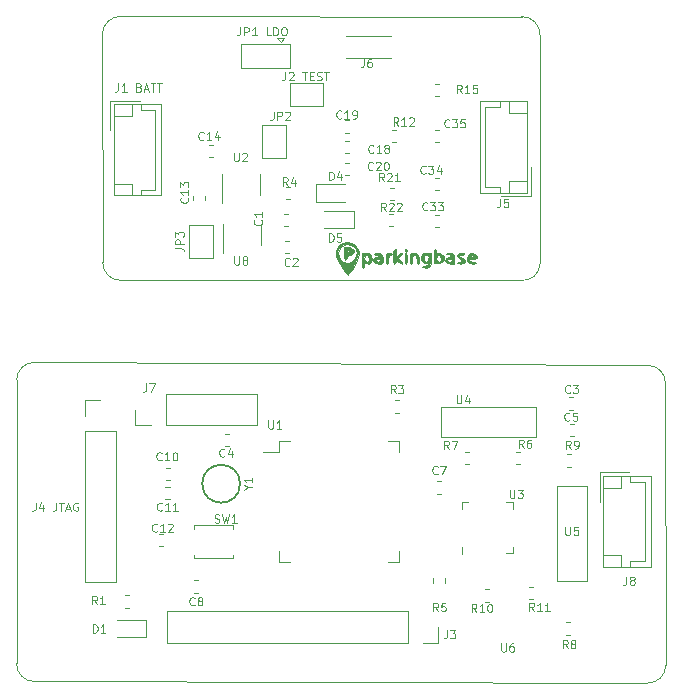
<source format=gbr>
%TF.GenerationSoftware,KiCad,Pcbnew,5.1.5+dfsg1-2build2*%
%TF.CreationDate,2021-04-08T10:41:37-07:00*%
%TF.ProjectId,spl_prototype,73706c5f-7072-46f7-946f-747970652e6b,rev?*%
%TF.SameCoordinates,Original*%
%TF.FileFunction,Legend,Top*%
%TF.FilePolarity,Positive*%
%FSLAX46Y46*%
G04 Gerber Fmt 4.6, Leading zero omitted, Abs format (unit mm)*
G04 Created by KiCad (PCBNEW 5.1.5+dfsg1-2build2) date 2021-04-08 10:41:37*
%MOMM*%
%LPD*%
G04 APERTURE LIST*
%TA.AperFunction,Profile*%
%ADD10C,0.050000*%
%TD*%
%ADD11C,0.010000*%
%ADD12C,0.120000*%
%ADD13C,0.127000*%
%ADD14C,0.100000*%
G04 APERTURE END LIST*
D10*
X97000000Y-44759201D02*
X96960034Y-25501071D01*
X132420000Y-46300000D02*
X98500649Y-46300000D01*
X134030000Y-25590649D02*
X134027699Y-44839584D01*
X98560000Y-23940799D02*
X132469351Y-23960000D01*
X132468914Y-23957945D02*
G75*
G02X134030000Y-25590649I11087J-1552056D01*
G01*
X134027699Y-44839584D02*
G75*
G02X132420000Y-46300000I-1457700J-10417D01*
G01*
X98500649Y-46300000D02*
G75*
G02X97000000Y-44759201I-10650J1490800D01*
G01*
X96960034Y-25501071D02*
G75*
G02X98560000Y-23940799I1549967J11072D01*
G01*
X89700000Y-78720000D02*
X89709201Y-54740649D01*
X143120000Y-80390000D02*
X91200649Y-80260799D01*
X144640000Y-55030000D02*
X144660799Y-78889351D01*
X91250000Y-53240000D02*
X143140000Y-53490000D01*
X144660799Y-78889351D02*
G75*
G02X143120000Y-80390000I-1490800J-10650D01*
G01*
X91200649Y-80260799D02*
G75*
G02X89700000Y-78720000I-10650J1490800D01*
G01*
X143139351Y-53489201D02*
G75*
G02X144640000Y-55030000I10650J-1490800D01*
G01*
X89709201Y-54740649D02*
G75*
G02X91250000Y-53240000I1490800J10650D01*
G01*
D11*
%TO.C,G\002A\002A\002A*%
G36*
X117908870Y-43503220D02*
G01*
X118105120Y-43612695D01*
X118237770Y-43751756D01*
X118240717Y-43874488D01*
X118211793Y-43930195D01*
X118060832Y-44056883D01*
X117894293Y-44110457D01*
X117723213Y-44168696D01*
X117670532Y-44316348D01*
X117670000Y-44343290D01*
X117624825Y-44509310D01*
X117543000Y-44549333D01*
X117471763Y-44512593D01*
X117432170Y-44381311D01*
X117416929Y-44123898D01*
X117416000Y-43999000D01*
X117416000Y-43787333D01*
X117670000Y-43787333D01*
X117738576Y-43862448D01*
X117797000Y-43872000D01*
X117909671Y-43826282D01*
X117924000Y-43787333D01*
X117855423Y-43712219D01*
X117797000Y-43702667D01*
X117684328Y-43748384D01*
X117670000Y-43787333D01*
X117416000Y-43787333D01*
X117416000Y-43448667D01*
X117660620Y-43448667D01*
X117908870Y-43503220D01*
G37*
X117908870Y-43503220D02*
X118105120Y-43612695D01*
X118237770Y-43751756D01*
X118240717Y-43874488D01*
X118211793Y-43930195D01*
X118060832Y-44056883D01*
X117894293Y-44110457D01*
X117723213Y-44168696D01*
X117670532Y-44316348D01*
X117670000Y-44343290D01*
X117624825Y-44509310D01*
X117543000Y-44549333D01*
X117471763Y-44512593D01*
X117432170Y-44381311D01*
X117416929Y-44123898D01*
X117416000Y-43999000D01*
X117416000Y-43787333D01*
X117670000Y-43787333D01*
X117738576Y-43862448D01*
X117797000Y-43872000D01*
X117909671Y-43826282D01*
X117924000Y-43787333D01*
X117855423Y-43712219D01*
X117797000Y-43702667D01*
X117684328Y-43748384D01*
X117670000Y-43787333D01*
X117416000Y-43787333D01*
X117416000Y-43448667D01*
X117660620Y-43448667D01*
X117908870Y-43503220D01*
G36*
X122740447Y-43686576D02*
G01*
X122750000Y-43745000D01*
X122704282Y-43857672D01*
X122665333Y-43872000D01*
X122590218Y-43803423D01*
X122580666Y-43745000D01*
X122626384Y-43632328D01*
X122665333Y-43618000D01*
X122740447Y-43686576D01*
G37*
X122740447Y-43686576D02*
X122750000Y-43745000D01*
X122704282Y-43857672D01*
X122665333Y-43872000D01*
X122590218Y-43803423D01*
X122580666Y-43745000D01*
X122626384Y-43632328D01*
X122665333Y-43618000D01*
X122740447Y-43686576D01*
G36*
X128480728Y-44036501D02*
G01*
X128543619Y-44089714D01*
X128673123Y-44271754D01*
X128644417Y-44396044D01*
X128460007Y-44458165D01*
X128330944Y-44464667D01*
X128096157Y-44495871D01*
X128015054Y-44567683D01*
X128088678Y-44647403D01*
X128318071Y-44702332D01*
X128323353Y-44702864D01*
X128508065Y-44742957D01*
X128591586Y-44804246D01*
X128592000Y-44808698D01*
X128520778Y-44866714D01*
X128350991Y-44886307D01*
X128148456Y-44869698D01*
X127978991Y-44819112D01*
X127931600Y-44786400D01*
X127854848Y-44629585D01*
X127830000Y-44453781D01*
X127888176Y-44210667D01*
X128041666Y-44210667D01*
X128075088Y-44270331D01*
X128240816Y-44295255D01*
X128253333Y-44295333D01*
X128425436Y-44272788D01*
X128467246Y-44214696D01*
X128465000Y-44210667D01*
X128345228Y-44138801D01*
X128253333Y-44126000D01*
X128093338Y-44166041D01*
X128041666Y-44210667D01*
X127888176Y-44210667D01*
X127892335Y-44193289D01*
X128050454Y-44022175D01*
X128261029Y-43962543D01*
X128480728Y-44036501D01*
G37*
X128480728Y-44036501D02*
X128543619Y-44089714D01*
X128673123Y-44271754D01*
X128644417Y-44396044D01*
X128460007Y-44458165D01*
X128330944Y-44464667D01*
X128096157Y-44495871D01*
X128015054Y-44567683D01*
X128088678Y-44647403D01*
X128318071Y-44702332D01*
X128323353Y-44702864D01*
X128508065Y-44742957D01*
X128591586Y-44804246D01*
X128592000Y-44808698D01*
X128520778Y-44866714D01*
X128350991Y-44886307D01*
X128148456Y-44869698D01*
X127978991Y-44819112D01*
X127931600Y-44786400D01*
X127854848Y-44629585D01*
X127830000Y-44453781D01*
X127888176Y-44210667D01*
X128041666Y-44210667D01*
X128075088Y-44270331D01*
X128240816Y-44295255D01*
X128253333Y-44295333D01*
X128425436Y-44272788D01*
X128467246Y-44214696D01*
X128465000Y-44210667D01*
X128345228Y-44138801D01*
X128253333Y-44126000D01*
X128093338Y-44166041D01*
X128041666Y-44210667D01*
X127888176Y-44210667D01*
X127892335Y-44193289D01*
X128050454Y-44022175D01*
X128261029Y-43962543D01*
X128480728Y-44036501D01*
G36*
X127598915Y-44018177D02*
G01*
X127618333Y-44041333D01*
X127585248Y-44101296D01*
X127420523Y-44125959D01*
X127411663Y-44126000D01*
X127209789Y-44153065D01*
X127166076Y-44222016D01*
X127280435Y-44314483D01*
X127412850Y-44369469D01*
X127597059Y-44464049D01*
X127650154Y-44595644D01*
X127645683Y-44652918D01*
X127592242Y-44787354D01*
X127449813Y-44852744D01*
X127300833Y-44871944D01*
X127088784Y-44868202D01*
X126986461Y-44821729D01*
X126983333Y-44808444D01*
X127056882Y-44745417D01*
X127234102Y-44718674D01*
X127237333Y-44718667D01*
X127415710Y-44696531D01*
X127491315Y-44643201D01*
X127491333Y-44642282D01*
X127420139Y-44564566D01*
X127247759Y-44481052D01*
X127237333Y-44477353D01*
X127034609Y-44358042D01*
X126992591Y-44204637D01*
X127084933Y-44058267D01*
X127246790Y-43976625D01*
X127446582Y-43962358D01*
X127598915Y-44018177D01*
G37*
X127598915Y-44018177D02*
X127618333Y-44041333D01*
X127585248Y-44101296D01*
X127420523Y-44125959D01*
X127411663Y-44126000D01*
X127209789Y-44153065D01*
X127166076Y-44222016D01*
X127280435Y-44314483D01*
X127412850Y-44369469D01*
X127597059Y-44464049D01*
X127650154Y-44595644D01*
X127645683Y-44652918D01*
X127592242Y-44787354D01*
X127449813Y-44852744D01*
X127300833Y-44871944D01*
X127088784Y-44868202D01*
X126986461Y-44821729D01*
X126983333Y-44808444D01*
X127056882Y-44745417D01*
X127234102Y-44718674D01*
X127237333Y-44718667D01*
X127415710Y-44696531D01*
X127491315Y-44643201D01*
X127491333Y-44642282D01*
X127420139Y-44564566D01*
X127247759Y-44481052D01*
X127237333Y-44477353D01*
X127034609Y-44358042D01*
X126992591Y-44204637D01*
X127084933Y-44058267D01*
X127246790Y-43976625D01*
X127446582Y-43962358D01*
X127598915Y-44018177D01*
G36*
X126517855Y-43991482D02*
G01*
X126644783Y-44041496D01*
X126707534Y-44140878D01*
X126728041Y-44338869D01*
X126729333Y-44466280D01*
X126729333Y-44888000D01*
X126443366Y-44888000D01*
X126219009Y-44855626D01*
X126065725Y-44777164D01*
X126060906Y-44771731D01*
X126001240Y-44596846D01*
X126031894Y-44537524D01*
X126186298Y-44537524D01*
X126186308Y-44649309D01*
X126322765Y-44712689D01*
X126404777Y-44718667D01*
X126534130Y-44661652D01*
X126560000Y-44591667D01*
X126493238Y-44497035D01*
X126349608Y-44464498D01*
X126214089Y-44506370D01*
X126186298Y-44537524D01*
X126031894Y-44537524D01*
X126084633Y-44435466D01*
X126287207Y-44329494D01*
X126316691Y-44322828D01*
X126512241Y-44258014D01*
X126542711Y-44186776D01*
X126410664Y-44126556D01*
X126284833Y-44106065D01*
X126116110Y-44077467D01*
X126100823Y-44039275D01*
X126158022Y-44006903D01*
X126353647Y-43973430D01*
X126517855Y-43991482D01*
G37*
X126517855Y-43991482D02*
X126644783Y-44041496D01*
X126707534Y-44140878D01*
X126728041Y-44338869D01*
X126729333Y-44466280D01*
X126729333Y-44888000D01*
X126443366Y-44888000D01*
X126219009Y-44855626D01*
X126065725Y-44777164D01*
X126060906Y-44771731D01*
X126001240Y-44596846D01*
X126031894Y-44537524D01*
X126186298Y-44537524D01*
X126186308Y-44649309D01*
X126322765Y-44712689D01*
X126404777Y-44718667D01*
X126534130Y-44661652D01*
X126560000Y-44591667D01*
X126493238Y-44497035D01*
X126349608Y-44464498D01*
X126214089Y-44506370D01*
X126186298Y-44537524D01*
X126031894Y-44537524D01*
X126084633Y-44435466D01*
X126287207Y-44329494D01*
X126316691Y-44322828D01*
X126512241Y-44258014D01*
X126542711Y-44186776D01*
X126410664Y-44126556D01*
X126284833Y-44106065D01*
X126116110Y-44077467D01*
X126100823Y-44039275D01*
X126158022Y-44006903D01*
X126353647Y-43973430D01*
X126517855Y-43991482D01*
G36*
X125185633Y-43690081D02*
G01*
X125205333Y-43817926D01*
X125233852Y-43962738D01*
X125352793Y-43987911D01*
X125409518Y-43978819D01*
X125592348Y-43993682D01*
X125744997Y-44141058D01*
X125764314Y-44169649D01*
X125860732Y-44347879D01*
X125854873Y-44489561D01*
X125789885Y-44622589D01*
X125652534Y-44785442D01*
X125444854Y-44851506D01*
X125350422Y-44858376D01*
X125036000Y-44871085D01*
X125036000Y-44410567D01*
X125207187Y-44410567D01*
X125237848Y-44596612D01*
X125350761Y-44696022D01*
X125462040Y-44718667D01*
X125582598Y-44691416D01*
X125619884Y-44577568D01*
X125612864Y-44443500D01*
X125566150Y-44243909D01*
X125460636Y-44171296D01*
X125418159Y-44168333D01*
X125269831Y-44237919D01*
X125207187Y-44410567D01*
X125036000Y-44410567D01*
X125036000Y-44244542D01*
X125046635Y-43927727D01*
X125075370Y-43707279D01*
X125117449Y-43618387D01*
X125120666Y-43618000D01*
X125185633Y-43690081D01*
G37*
X125185633Y-43690081D02*
X125205333Y-43817926D01*
X125233852Y-43962738D01*
X125352793Y-43987911D01*
X125409518Y-43978819D01*
X125592348Y-43993682D01*
X125744997Y-44141058D01*
X125764314Y-44169649D01*
X125860732Y-44347879D01*
X125854873Y-44489561D01*
X125789885Y-44622589D01*
X125652534Y-44785442D01*
X125444854Y-44851506D01*
X125350422Y-44858376D01*
X125036000Y-44871085D01*
X125036000Y-44410567D01*
X125207187Y-44410567D01*
X125237848Y-44596612D01*
X125350761Y-44696022D01*
X125462040Y-44718667D01*
X125582598Y-44691416D01*
X125619884Y-44577568D01*
X125612864Y-44443500D01*
X125566150Y-44243909D01*
X125460636Y-44171296D01*
X125418159Y-44168333D01*
X125269831Y-44237919D01*
X125207187Y-44410567D01*
X125036000Y-44410567D01*
X125036000Y-44244542D01*
X125046635Y-43927727D01*
X125075370Y-43707279D01*
X125117449Y-43618387D01*
X125120666Y-43618000D01*
X125185633Y-43690081D01*
G36*
X123544958Y-44004289D02*
G01*
X123698488Y-44129691D01*
X123761086Y-44377308D01*
X123766000Y-44517367D01*
X123743838Y-44777864D01*
X123691894Y-44877851D01*
X123631975Y-44816059D01*
X123585890Y-44591218D01*
X123580368Y-44528167D01*
X123548957Y-44295913D01*
X123484187Y-44190266D01*
X123385000Y-44168333D01*
X123273458Y-44199373D01*
X123214959Y-44320765D01*
X123189631Y-44528167D01*
X123152366Y-44782629D01*
X123099741Y-44878521D01*
X123047500Y-44823727D01*
X123011386Y-44626130D01*
X123004000Y-44435218D01*
X123008339Y-44173585D01*
X123038331Y-44038284D01*
X123119436Y-43986313D01*
X123276674Y-43974683D01*
X123544958Y-44004289D01*
G37*
X123544958Y-44004289D02*
X123698488Y-44129691D01*
X123761086Y-44377308D01*
X123766000Y-44517367D01*
X123743838Y-44777864D01*
X123691894Y-44877851D01*
X123631975Y-44816059D01*
X123585890Y-44591218D01*
X123580368Y-44528167D01*
X123548957Y-44295913D01*
X123484187Y-44190266D01*
X123385000Y-44168333D01*
X123273458Y-44199373D01*
X123214959Y-44320765D01*
X123189631Y-44528167D01*
X123152366Y-44782629D01*
X123099741Y-44878521D01*
X123047500Y-44823727D01*
X123011386Y-44626130D01*
X123004000Y-44435218D01*
X123008339Y-44173585D01*
X123038331Y-44038284D01*
X123119436Y-43986313D01*
X123276674Y-43974683D01*
X123544958Y-44004289D01*
G36*
X122711699Y-44033218D02*
G01*
X122742452Y-44230691D01*
X122750000Y-44422333D01*
X122736081Y-44677348D01*
X122700177Y-44846490D01*
X122665333Y-44888000D01*
X122618966Y-44811448D01*
X122588213Y-44613975D01*
X122580666Y-44422333D01*
X122594585Y-44167318D01*
X122630489Y-43998177D01*
X122665333Y-43956667D01*
X122711699Y-44033218D01*
G37*
X122711699Y-44033218D02*
X122742452Y-44230691D01*
X122750000Y-44422333D01*
X122736081Y-44677348D01*
X122700177Y-44846490D01*
X122665333Y-44888000D01*
X122618966Y-44811448D01*
X122588213Y-44613975D01*
X122580666Y-44422333D01*
X122594585Y-44167318D01*
X122630489Y-43998177D01*
X122665333Y-43956667D01*
X122711699Y-44033218D01*
G36*
X121785187Y-43677460D02*
G01*
X121816575Y-43864190D01*
X121818666Y-43964370D01*
X121818666Y-44324850D01*
X122014623Y-44140758D01*
X122197225Y-43999649D01*
X122319588Y-43954744D01*
X122354239Y-43999966D01*
X122273707Y-44129235D01*
X122220234Y-44186250D01*
X121990650Y-44415834D01*
X122216832Y-44651917D01*
X122337674Y-44811115D01*
X122334922Y-44884680D01*
X122234818Y-44865867D01*
X122063607Y-44747927D01*
X122014623Y-44703908D01*
X121818666Y-44519816D01*
X121818666Y-44703908D01*
X121767680Y-44854618D01*
X121687957Y-44888000D01*
X121619787Y-44860069D01*
X121584001Y-44754327D01*
X121574861Y-44537852D01*
X121582124Y-44280939D01*
X121611939Y-43915821D01*
X121664075Y-43697603D01*
X121712833Y-43638884D01*
X121785187Y-43677460D01*
G37*
X121785187Y-43677460D02*
X121816575Y-43864190D01*
X121818666Y-43964370D01*
X121818666Y-44324850D01*
X122014623Y-44140758D01*
X122197225Y-43999649D01*
X122319588Y-43954744D01*
X122354239Y-43999966D01*
X122273707Y-44129235D01*
X122220234Y-44186250D01*
X121990650Y-44415834D01*
X122216832Y-44651917D01*
X122337674Y-44811115D01*
X122334922Y-44884680D01*
X122234818Y-44865867D01*
X122063607Y-44747927D01*
X122014623Y-44703908D01*
X121818666Y-44519816D01*
X121818666Y-44703908D01*
X121767680Y-44854618D01*
X121687957Y-44888000D01*
X121619787Y-44860069D01*
X121584001Y-44754327D01*
X121574861Y-44537852D01*
X121582124Y-44280939D01*
X121611939Y-43915821D01*
X121664075Y-43697603D01*
X121712833Y-43638884D01*
X121785187Y-43677460D01*
G36*
X121418587Y-43996445D02*
G01*
X121475043Y-44056417D01*
X121382113Y-44127688D01*
X121310666Y-44150532D01*
X121197470Y-44217703D01*
X121148567Y-44371790D01*
X121141333Y-44541407D01*
X121122957Y-44756391D01*
X121076932Y-44877900D01*
X121056666Y-44888000D01*
X121009737Y-44811565D01*
X120978992Y-44614896D01*
X120972000Y-44435218D01*
X120976793Y-44173506D01*
X121006980Y-44038173D01*
X121086276Y-43986275D01*
X121226000Y-43975214D01*
X121418587Y-43996445D01*
G37*
X121418587Y-43996445D02*
X121475043Y-44056417D01*
X121382113Y-44127688D01*
X121310666Y-44150532D01*
X121197470Y-44217703D01*
X121148567Y-44371790D01*
X121141333Y-44541407D01*
X121122957Y-44756391D01*
X121076932Y-44877900D01*
X121056666Y-44888000D01*
X121009737Y-44811565D01*
X120978992Y-44614896D01*
X120972000Y-44435218D01*
X120976793Y-44173506D01*
X121006980Y-44038173D01*
X121086276Y-43986275D01*
X121226000Y-43975214D01*
X121418587Y-43996445D01*
G36*
X120501599Y-44007227D02*
G01*
X120655822Y-44185309D01*
X120716900Y-44504226D01*
X120718000Y-44565515D01*
X120708542Y-44774150D01*
X120647087Y-44865213D01*
X120484007Y-44887454D01*
X120389700Y-44888000D01*
X120148792Y-44858127D01*
X119978455Y-44783997D01*
X119960491Y-44766412D01*
X119907611Y-44595263D01*
X119909161Y-44591667D01*
X120125333Y-44591667D01*
X120195919Y-44695095D01*
X120294666Y-44718667D01*
X120432570Y-44665727D01*
X120464000Y-44591667D01*
X120393413Y-44488238D01*
X120294666Y-44464667D01*
X120156762Y-44517606D01*
X120125333Y-44591667D01*
X119909161Y-44591667D01*
X119980723Y-44425717D01*
X120145220Y-44313069D01*
X120255312Y-44295333D01*
X120412940Y-44262671D01*
X120464000Y-44201057D01*
X120390399Y-44142227D01*
X120207720Y-44144394D01*
X120025993Y-44147339D01*
X119981416Y-44090504D01*
X120078450Y-44015627D01*
X120254687Y-43970570D01*
X120501599Y-44007227D01*
G37*
X120501599Y-44007227D02*
X120655822Y-44185309D01*
X120716900Y-44504226D01*
X120718000Y-44565515D01*
X120708542Y-44774150D01*
X120647087Y-44865213D01*
X120484007Y-44887454D01*
X120389700Y-44888000D01*
X120148792Y-44858127D01*
X119978455Y-44783997D01*
X119960491Y-44766412D01*
X119907611Y-44595263D01*
X119909161Y-44591667D01*
X120125333Y-44591667D01*
X120195919Y-44695095D01*
X120294666Y-44718667D01*
X120432570Y-44665727D01*
X120464000Y-44591667D01*
X120393413Y-44488238D01*
X120294666Y-44464667D01*
X120156762Y-44517606D01*
X120125333Y-44591667D01*
X119909161Y-44591667D01*
X119980723Y-44425717D01*
X120145220Y-44313069D01*
X120255312Y-44295333D01*
X120412940Y-44262671D01*
X120464000Y-44201057D01*
X120390399Y-44142227D01*
X120207720Y-44144394D01*
X120025993Y-44147339D01*
X119981416Y-44090504D01*
X120078450Y-44015627D01*
X120254687Y-43970570D01*
X120501599Y-44007227D01*
G36*
X124445931Y-43971257D02*
G01*
X124782000Y-43984426D01*
X124782000Y-44441779D01*
X124757988Y-44829203D01*
X124678289Y-45074579D01*
X124531407Y-45199325D01*
X124360684Y-45226667D01*
X124166269Y-45200264D01*
X124062333Y-45142000D01*
X124094791Y-45081480D01*
X124257629Y-45057336D01*
X124259944Y-45057333D01*
X124452318Y-45022721D01*
X124553545Y-44943552D01*
X124538254Y-44863523D01*
X124406633Y-44866201D01*
X124178961Y-44840223D01*
X124018542Y-44693031D01*
X123946941Y-44466463D01*
X123961710Y-44365889D01*
X124189333Y-44365889D01*
X124207466Y-44559797D01*
X124245777Y-44662222D01*
X124394183Y-44717872D01*
X124529189Y-44635943D01*
X124566547Y-44561261D01*
X124581095Y-44334677D01*
X124487720Y-44173602D01*
X124349608Y-44126000D01*
X124228435Y-44173490D01*
X124189629Y-44340480D01*
X124189333Y-44365889D01*
X123961710Y-44365889D01*
X123985725Y-44202357D01*
X124022598Y-44121145D01*
X124135294Y-44008144D01*
X124340007Y-43970103D01*
X124445931Y-43971257D01*
G37*
X124445931Y-43971257D02*
X124782000Y-43984426D01*
X124782000Y-44441779D01*
X124757988Y-44829203D01*
X124678289Y-45074579D01*
X124531407Y-45199325D01*
X124360684Y-45226667D01*
X124166269Y-45200264D01*
X124062333Y-45142000D01*
X124094791Y-45081480D01*
X124257629Y-45057336D01*
X124259944Y-45057333D01*
X124452318Y-45022721D01*
X124553545Y-44943552D01*
X124538254Y-44863523D01*
X124406633Y-44866201D01*
X124178961Y-44840223D01*
X124018542Y-44693031D01*
X123946941Y-44466463D01*
X123961710Y-44365889D01*
X124189333Y-44365889D01*
X124207466Y-44559797D01*
X124245777Y-44662222D01*
X124394183Y-44717872D01*
X124529189Y-44635943D01*
X124566547Y-44561261D01*
X124581095Y-44334677D01*
X124487720Y-44173602D01*
X124349608Y-44126000D01*
X124228435Y-44173490D01*
X124189629Y-44340480D01*
X124189333Y-44365889D01*
X123961710Y-44365889D01*
X123985725Y-44202357D01*
X124022598Y-44121145D01*
X124135294Y-44008144D01*
X124340007Y-43970103D01*
X124445931Y-43971257D01*
G36*
X119297888Y-43986769D02*
G01*
X119535179Y-44010785D01*
X119662647Y-44083114D01*
X119736366Y-44228422D01*
X119764368Y-44528397D01*
X119714741Y-44682179D01*
X119607673Y-44841690D01*
X119449242Y-44878970D01*
X119360930Y-44869587D01*
X119182955Y-44861927D01*
X119116659Y-44934126D01*
X119109333Y-45029663D01*
X119078397Y-45181621D01*
X119024666Y-45226667D01*
X118981845Y-45147971D01*
X118952052Y-44935366D01*
X118940050Y-44624072D01*
X118940000Y-44600602D01*
X118940000Y-44479313D01*
X119136871Y-44479313D01*
X119218945Y-44651277D01*
X119374403Y-44718667D01*
X119489492Y-44688978D01*
X119523827Y-44568631D01*
X119516864Y-44444193D01*
X119455166Y-44242618D01*
X119344711Y-44141317D01*
X119226503Y-44161388D01*
X119160400Y-44260771D01*
X119136871Y-44479313D01*
X118940000Y-44479313D01*
X118940000Y-43974537D01*
X119297888Y-43986769D01*
G37*
X119297888Y-43986769D02*
X119535179Y-44010785D01*
X119662647Y-44083114D01*
X119736366Y-44228422D01*
X119764368Y-44528397D01*
X119714741Y-44682179D01*
X119607673Y-44841690D01*
X119449242Y-44878970D01*
X119360930Y-44869587D01*
X119182955Y-44861927D01*
X119116659Y-44934126D01*
X119109333Y-45029663D01*
X119078397Y-45181621D01*
X119024666Y-45226667D01*
X118981845Y-45147971D01*
X118952052Y-44935366D01*
X118940050Y-44624072D01*
X118940000Y-44600602D01*
X118940000Y-44479313D01*
X119136871Y-44479313D01*
X119218945Y-44651277D01*
X119374403Y-44718667D01*
X119489492Y-44688978D01*
X119523827Y-44568631D01*
X119516864Y-44444193D01*
X119455166Y-44242618D01*
X119344711Y-44141317D01*
X119226503Y-44161388D01*
X119160400Y-44260771D01*
X119136871Y-44479313D01*
X118940000Y-44479313D01*
X118940000Y-43974537D01*
X119297888Y-43986769D01*
G36*
X118040591Y-43108394D02*
G01*
X118338328Y-43279362D01*
X118561941Y-43549613D01*
X118677416Y-43904566D01*
X118686000Y-44041333D01*
X118646278Y-44305360D01*
X118550692Y-44573323D01*
X118550000Y-44574704D01*
X118415308Y-44823035D01*
X118247388Y-45104997D01*
X118070798Y-45382898D01*
X117910092Y-45619046D01*
X117789826Y-45775751D01*
X117739624Y-45818593D01*
X117670358Y-45753197D01*
X117533034Y-45577447D01*
X117351748Y-45323053D01*
X117256274Y-45182447D01*
X116955818Y-44682486D01*
X116786875Y-44266968D01*
X116754135Y-43977755D01*
X116934398Y-43977755D01*
X116978443Y-44268657D01*
X117121679Y-44527400D01*
X117357663Y-44717377D01*
X117679952Y-44801980D01*
X117730264Y-44803333D01*
X118013909Y-44745127D01*
X118269179Y-44555846D01*
X118465622Y-44263867D01*
X118518698Y-43958436D01*
X118448302Y-43671039D01*
X118274329Y-43433160D01*
X118016674Y-43276285D01*
X117695231Y-43231899D01*
X117461839Y-43278176D01*
X117169654Y-43445907D01*
X116995987Y-43691303D01*
X116934398Y-43977755D01*
X116754135Y-43977755D01*
X116747200Y-43916495D01*
X116834548Y-43611671D01*
X117042773Y-43336983D01*
X117358799Y-43122625D01*
X117702743Y-43051289D01*
X118040591Y-43108394D01*
G37*
X118040591Y-43108394D02*
X118338328Y-43279362D01*
X118561941Y-43549613D01*
X118677416Y-43904566D01*
X118686000Y-44041333D01*
X118646278Y-44305360D01*
X118550692Y-44573323D01*
X118550000Y-44574704D01*
X118415308Y-44823035D01*
X118247388Y-45104997D01*
X118070798Y-45382898D01*
X117910092Y-45619046D01*
X117789826Y-45775751D01*
X117739624Y-45818593D01*
X117670358Y-45753197D01*
X117533034Y-45577447D01*
X117351748Y-45323053D01*
X117256274Y-45182447D01*
X116955818Y-44682486D01*
X116786875Y-44266968D01*
X116754135Y-43977755D01*
X116934398Y-43977755D01*
X116978443Y-44268657D01*
X117121679Y-44527400D01*
X117357663Y-44717377D01*
X117679952Y-44801980D01*
X117730264Y-44803333D01*
X118013909Y-44745127D01*
X118269179Y-44555846D01*
X118465622Y-44263867D01*
X118518698Y-43958436D01*
X118448302Y-43671039D01*
X118274329Y-43433160D01*
X118016674Y-43276285D01*
X117695231Y-43231899D01*
X117461839Y-43278176D01*
X117169654Y-43445907D01*
X116995987Y-43691303D01*
X116934398Y-43977755D01*
X116754135Y-43977755D01*
X116747200Y-43916495D01*
X116834548Y-43611671D01*
X117042773Y-43336983D01*
X117358799Y-43122625D01*
X117702743Y-43051289D01*
X118040591Y-43108394D01*
D12*
%TO.C,J8*%
X143390000Y-62840000D02*
X139370000Y-62840000D01*
X139370000Y-62840000D02*
X139370000Y-70560000D01*
X139370000Y-70560000D02*
X143390000Y-70560000D01*
X143390000Y-70560000D02*
X143390000Y-62840000D01*
X141680000Y-62840000D02*
X141680000Y-63340000D01*
X141680000Y-63340000D02*
X142890000Y-63340000D01*
X142890000Y-63340000D02*
X142890000Y-70060000D01*
X142890000Y-70060000D02*
X141680000Y-70060000D01*
X141680000Y-70060000D02*
X141680000Y-70560000D01*
X140870000Y-62840000D02*
X140870000Y-63840000D01*
X140870000Y-63840000D02*
X139370000Y-63840000D01*
X140870000Y-70560000D02*
X140870000Y-69560000D01*
X140870000Y-69560000D02*
X139370000Y-69560000D01*
X141570000Y-62540000D02*
X139070000Y-62540000D01*
X139070000Y-62540000D02*
X139070000Y-65040000D01*
%TO.C,J5*%
X133220000Y-39170000D02*
X133220000Y-36670000D01*
X130720000Y-39170000D02*
X133220000Y-39170000D01*
X131420000Y-32150000D02*
X132920000Y-32150000D01*
X131420000Y-31150000D02*
X131420000Y-32150000D01*
X131420000Y-37870000D02*
X132920000Y-37870000D01*
X131420000Y-38870000D02*
X131420000Y-37870000D01*
X130610000Y-31650000D02*
X130610000Y-31150000D01*
X129400000Y-31650000D02*
X130610000Y-31650000D01*
X129400000Y-38370000D02*
X129400000Y-31650000D01*
X130610000Y-38370000D02*
X129400000Y-38370000D01*
X130610000Y-38870000D02*
X130610000Y-38370000D01*
X128900000Y-31150000D02*
X128900000Y-38870000D01*
X132920000Y-31150000D02*
X128900000Y-31150000D01*
X132920000Y-38870000D02*
X132920000Y-31150000D01*
X128900000Y-38870000D02*
X132920000Y-38870000D01*
%TO.C,U1*%
X121157260Y-70124540D02*
X122107260Y-70124540D01*
X122107260Y-70124540D02*
X122107260Y-69174540D01*
X112837260Y-70124540D02*
X111887260Y-70124540D01*
X111887260Y-70124540D02*
X111887260Y-69174540D01*
X121157260Y-59904540D02*
X122107260Y-59904540D01*
X122107260Y-59904540D02*
X122107260Y-60854540D01*
X112837260Y-59904540D02*
X111887260Y-59904540D01*
X111887260Y-59904540D02*
X111887260Y-60854540D01*
X111887260Y-60854540D02*
X110547260Y-60854540D01*
%TO.C,J6*%
X121400000Y-25650000D02*
X117560000Y-25650000D01*
X121400000Y-27490000D02*
X117560000Y-27490000D01*
%TO.C,SW1*%
X108062040Y-67321640D02*
X108062040Y-67021640D01*
X108062040Y-67021640D02*
X104762040Y-67021640D01*
X104762040Y-67021640D02*
X104762040Y-67321640D01*
X108062040Y-69521640D02*
X108062040Y-69821640D01*
X108062040Y-69821640D02*
X104762040Y-69821640D01*
X104762040Y-69821640D02*
X104762040Y-69521640D01*
%TO.C,JP3*%
X104320000Y-44386000D02*
X104320000Y-41586000D01*
X104320000Y-41586000D02*
X106320000Y-41586000D01*
X106320000Y-41586000D02*
X106320000Y-44386000D01*
X106320000Y-44386000D02*
X104320000Y-44386000D01*
%TO.C,JP2*%
X112506000Y-33144000D02*
X112506000Y-35944000D01*
X112506000Y-35944000D02*
X110506000Y-35944000D01*
X110506000Y-35944000D02*
X110506000Y-33144000D01*
X110506000Y-33144000D02*
X112506000Y-33144000D01*
%TO.C,JP1 LDO*%
X112830000Y-28290000D02*
X108730000Y-28290000D01*
X108730000Y-28290000D02*
X108730000Y-26290000D01*
X108730000Y-26290000D02*
X112830000Y-26290000D01*
X112830000Y-26290000D02*
X112830000Y-28290000D01*
X112080000Y-26090000D02*
X112380000Y-25790000D01*
X112380000Y-25790000D02*
X111780000Y-25790000D01*
X112080000Y-26090000D02*
X111780000Y-25790000D01*
D13*
%TO.C,Y1*%
X108622140Y-63516220D02*
G75*
G03X108622140Y-63516220I-1600000J0D01*
G01*
D12*
%TO.C,R22*%
X121268733Y-41730000D02*
X121611267Y-41730000D01*
X121268733Y-40710000D02*
X121611267Y-40710000D01*
%TO.C,R21*%
X121298733Y-39470000D02*
X121641267Y-39470000D01*
X121298733Y-38450000D02*
X121641267Y-38450000D01*
%TO.C,R15*%
X125448467Y-29657200D02*
X125105933Y-29657200D01*
X125448467Y-30677200D02*
X125105933Y-30677200D01*
%TO.C,R12*%
X121837267Y-33526000D02*
X121494733Y-33526000D01*
X121837267Y-34546000D02*
X121494733Y-34546000D01*
%TO.C,R11*%
X133123413Y-72243040D02*
X133465947Y-72243040D01*
X133123413Y-73263040D02*
X133465947Y-73263040D01*
%TO.C,R10*%
X129665947Y-73492000D02*
X129323413Y-73492000D01*
X129665947Y-72472000D02*
X129323413Y-72472000D01*
%TO.C,R9*%
X136615367Y-62058820D02*
X136272833Y-62058820D01*
X136615367Y-61038820D02*
X136272833Y-61038820D01*
%TO.C,R8*%
X136551267Y-76286000D02*
X136208733Y-76286000D01*
X136551267Y-75266000D02*
X136208733Y-75266000D01*
%TO.C,R7*%
X128040767Y-61846220D02*
X127698233Y-61846220D01*
X128040767Y-60826220D02*
X127698233Y-60826220D01*
%TO.C,R6*%
X131998233Y-60826220D02*
X132340767Y-60826220D01*
X131998233Y-61846220D02*
X132340767Y-61846220D01*
%TO.C,R5*%
X125968000Y-71540733D02*
X125968000Y-71883267D01*
X124948000Y-71540733D02*
X124948000Y-71883267D01*
%TO.C,R4*%
X112821267Y-38400000D02*
X112478733Y-38400000D01*
X112821267Y-39420000D02*
X112478733Y-39420000D01*
%TO.C,R3*%
X121730733Y-56470000D02*
X122073267Y-56470000D01*
X121730733Y-57490000D02*
X122073267Y-57490000D01*
%TO.C,R1*%
X98870733Y-72980000D02*
X99213267Y-72980000D01*
X98870733Y-74000000D02*
X99213267Y-74000000D01*
%TO.C,D5*%
X118230000Y-40425000D02*
X115770000Y-40425000D01*
X118230000Y-41895000D02*
X118230000Y-40425000D01*
X115770000Y-41895000D02*
X118230000Y-41895000D01*
%TO.C,D4*%
X115030000Y-39635000D02*
X117490000Y-39635000D01*
X115030000Y-38165000D02*
X115030000Y-39635000D01*
X117490000Y-38165000D02*
X115030000Y-38165000D01*
%TO.C,D1*%
X98242000Y-76511000D02*
X100702000Y-76511000D01*
X100702000Y-76511000D02*
X100702000Y-75041000D01*
X100702000Y-75041000D02*
X98242000Y-75041000D01*
%TO.C,C35*%
X125135933Y-34577200D02*
X125478467Y-34577200D01*
X125135933Y-33557200D02*
X125478467Y-33557200D01*
%TO.C,C34*%
X125135933Y-38627200D02*
X125478467Y-38627200D01*
X125135933Y-37607200D02*
X125478467Y-37607200D01*
%TO.C,C33*%
X125128733Y-41770000D02*
X125471267Y-41770000D01*
X125128733Y-40750000D02*
X125471267Y-40750000D01*
%TO.C,C20*%
X117821267Y-36400000D02*
X117478733Y-36400000D01*
X117821267Y-37420000D02*
X117478733Y-37420000D01*
%TO.C,C19*%
X117883767Y-32760000D02*
X117541233Y-32760000D01*
X117883767Y-33780000D02*
X117541233Y-33780000D01*
%TO.C,C18*%
X117871267Y-34460000D02*
X117528733Y-34460000D01*
X117871267Y-35480000D02*
X117528733Y-35480000D01*
%TO.C,C14*%
X106343267Y-34796000D02*
X106000733Y-34796000D01*
X106343267Y-35816000D02*
X106000733Y-35816000D01*
%TO.C,C13*%
X105640000Y-39477267D02*
X105640000Y-39134733D01*
X104620000Y-39477267D02*
X104620000Y-39134733D01*
%TO.C,C12*%
X102133307Y-68831640D02*
X101790773Y-68831640D01*
X102133307Y-67811640D02*
X101790773Y-67811640D01*
%TO.C,C11*%
X102651887Y-64813620D02*
X102309353Y-64813620D01*
X102651887Y-63793620D02*
X102309353Y-63793620D01*
%TO.C,C10*%
X102707767Y-63167700D02*
X102365233Y-63167700D01*
X102707767Y-62147700D02*
X102365233Y-62147700D01*
%TO.C,C8*%
X104712733Y-71710000D02*
X105055267Y-71710000D01*
X104712733Y-72730000D02*
X105055267Y-72730000D01*
%TO.C,C7*%
X125286733Y-63328000D02*
X125629267Y-63328000D01*
X125286733Y-64348000D02*
X125629267Y-64348000D01*
%TO.C,C5*%
X136566213Y-58491380D02*
X136908747Y-58491380D01*
X136566213Y-59511380D02*
X136908747Y-59511380D01*
%TO.C,C4*%
X107351573Y-59292080D02*
X107694107Y-59292080D01*
X107351573Y-60312080D02*
X107694107Y-60312080D01*
%TO.C,C3*%
X136462733Y-56216000D02*
X136805267Y-56216000D01*
X136462733Y-57236000D02*
X136805267Y-57236000D01*
%TO.C,C2*%
X112458733Y-44010000D02*
X112801267Y-44010000D01*
X112458733Y-42990000D02*
X112801267Y-42990000D01*
%TO.C,C1*%
X112711267Y-40660000D02*
X112368733Y-40660000D01*
X112711267Y-41680000D02*
X112368733Y-41680000D01*
%TO.C,U8*%
X107160000Y-41510000D02*
X107160000Y-43960000D01*
X110380000Y-43310000D02*
X110380000Y-41510000D01*
%TO.C,U2*%
X107120000Y-37270000D02*
X107120000Y-39720000D01*
X110340000Y-39070000D02*
X110340000Y-37270000D01*
%TO.C,J7*%
X110024000Y-58564000D02*
X110024000Y-55904000D01*
X102344000Y-58564000D02*
X110024000Y-58564000D01*
X102344000Y-55904000D02*
X110024000Y-55904000D01*
X102344000Y-58564000D02*
X102344000Y-55904000D01*
X101074000Y-58564000D02*
X99744000Y-58564000D01*
X99744000Y-58564000D02*
X99744000Y-57234000D01*
%TO.C,J4 JTAG*%
X95468000Y-71802000D02*
X98128000Y-71802000D01*
X95468000Y-59042000D02*
X95468000Y-71802000D01*
X98128000Y-59042000D02*
X98128000Y-71802000D01*
X95468000Y-59042000D02*
X98128000Y-59042000D01*
X95468000Y-57772000D02*
X95468000Y-56442000D01*
X95468000Y-56442000D02*
X96798000Y-56442000D01*
%TO.C,J3*%
X122808000Y-74312000D02*
X122808000Y-76972000D01*
X122808000Y-74312000D02*
X102428000Y-74312000D01*
X102428000Y-74312000D02*
X102428000Y-76972000D01*
X122808000Y-76972000D02*
X102428000Y-76972000D01*
X125408000Y-76972000D02*
X124078000Y-76972000D01*
X125408000Y-75642000D02*
X125408000Y-76972000D01*
%TO.C,J1 BATT*%
X97640000Y-31090000D02*
X97640000Y-33590000D01*
X100140000Y-31090000D02*
X97640000Y-31090000D01*
X99440000Y-38110000D02*
X97940000Y-38110000D01*
X99440000Y-39110000D02*
X99440000Y-38110000D01*
X99440000Y-32390000D02*
X97940000Y-32390000D01*
X99440000Y-31390000D02*
X99440000Y-32390000D01*
X100250000Y-38610000D02*
X100250000Y-39110000D01*
X101460000Y-38610000D02*
X100250000Y-38610000D01*
X101460000Y-31890000D02*
X101460000Y-38610000D01*
X100250000Y-31890000D02*
X101460000Y-31890000D01*
X100250000Y-31390000D02*
X100250000Y-31890000D01*
X101960000Y-39110000D02*
X101960000Y-31390000D01*
X97940000Y-39110000D02*
X101960000Y-39110000D01*
X97940000Y-31390000D02*
X97940000Y-39110000D01*
X101960000Y-31390000D02*
X97940000Y-31390000D01*
%TO.C,U5*%
X135474100Y-71748820D02*
X135474100Y-63748820D01*
X138014100Y-71748820D02*
X135474100Y-71748820D01*
X138014100Y-63748820D02*
X138014100Y-71748820D01*
X138014100Y-63748820D02*
X135474100Y-63748820D01*
%TO.C,U4*%
X125661500Y-57001220D02*
X133661500Y-57001220D01*
X125661500Y-59541220D02*
X125661500Y-57001220D01*
X133661500Y-59541220D02*
X125661500Y-59541220D01*
X133661500Y-59541220D02*
X133661500Y-57001220D01*
%TO.C,U3*%
X127394100Y-68848820D02*
X127394100Y-69473820D01*
X131694100Y-69398820D02*
X131144100Y-69398820D01*
X131694100Y-68848820D02*
X131694100Y-69398820D01*
X131694100Y-65098820D02*
X131144100Y-65098820D01*
X131694100Y-65648820D02*
X131694100Y-65098820D01*
X127394100Y-65098820D02*
X127944100Y-65098820D01*
X127394100Y-65648820D02*
X127394100Y-65098820D01*
%TO.C,J2 TEST*%
X115620000Y-29560000D02*
X115620000Y-31560000D01*
X112820000Y-29560000D02*
X115620000Y-29560000D01*
X112820000Y-31560000D02*
X112820000Y-29560000D01*
X115620000Y-31560000D02*
X112820000Y-31560000D01*
%TD*%
%TO.C,J8*%
D14*
X141336666Y-71386666D02*
X141336666Y-71886666D01*
X141303333Y-71986666D01*
X141236666Y-72053333D01*
X141136666Y-72086666D01*
X141070000Y-72086666D01*
X141770000Y-71686666D02*
X141703333Y-71653333D01*
X141670000Y-71620000D01*
X141636666Y-71553333D01*
X141636666Y-71520000D01*
X141670000Y-71453333D01*
X141703333Y-71420000D01*
X141770000Y-71386666D01*
X141903333Y-71386666D01*
X141970000Y-71420000D01*
X142003333Y-71453333D01*
X142036666Y-71520000D01*
X142036666Y-71553333D01*
X142003333Y-71620000D01*
X141970000Y-71653333D01*
X141903333Y-71686666D01*
X141770000Y-71686666D01*
X141703333Y-71720000D01*
X141670000Y-71753333D01*
X141636666Y-71820000D01*
X141636666Y-71953333D01*
X141670000Y-72020000D01*
X141703333Y-72053333D01*
X141770000Y-72086666D01*
X141903333Y-72086666D01*
X141970000Y-72053333D01*
X142003333Y-72020000D01*
X142036666Y-71953333D01*
X142036666Y-71820000D01*
X142003333Y-71753333D01*
X141970000Y-71720000D01*
X141903333Y-71686666D01*
%TO.C,J5*%
X130636666Y-39386666D02*
X130636666Y-39886666D01*
X130603333Y-39986666D01*
X130536666Y-40053333D01*
X130436666Y-40086666D01*
X130370000Y-40086666D01*
X131303333Y-39386666D02*
X130970000Y-39386666D01*
X130936666Y-39720000D01*
X130970000Y-39686666D01*
X131036666Y-39653333D01*
X131203333Y-39653333D01*
X131270000Y-39686666D01*
X131303333Y-39720000D01*
X131336666Y-39786666D01*
X131336666Y-39953333D01*
X131303333Y-40020000D01*
X131270000Y-40053333D01*
X131203333Y-40086666D01*
X131036666Y-40086666D01*
X130970000Y-40053333D01*
X130936666Y-40020000D01*
%TO.C,U1*%
X111026666Y-58156666D02*
X111026666Y-58723333D01*
X111060000Y-58790000D01*
X111093333Y-58823333D01*
X111160000Y-58856666D01*
X111293333Y-58856666D01*
X111360000Y-58823333D01*
X111393333Y-58790000D01*
X111426666Y-58723333D01*
X111426666Y-58156666D01*
X112126666Y-58856666D02*
X111726666Y-58856666D01*
X111926666Y-58856666D02*
X111926666Y-58156666D01*
X111860000Y-58256666D01*
X111793333Y-58323333D01*
X111726666Y-58356666D01*
%TO.C,J6*%
X119096666Y-27546666D02*
X119096666Y-28046666D01*
X119063333Y-28146666D01*
X118996666Y-28213333D01*
X118896666Y-28246666D01*
X118830000Y-28246666D01*
X119730000Y-27546666D02*
X119596666Y-27546666D01*
X119530000Y-27580000D01*
X119496666Y-27613333D01*
X119430000Y-27713333D01*
X119396666Y-27846666D01*
X119396666Y-28113333D01*
X119430000Y-28180000D01*
X119463333Y-28213333D01*
X119530000Y-28246666D01*
X119663333Y-28246666D01*
X119730000Y-28213333D01*
X119763333Y-28180000D01*
X119796666Y-28113333D01*
X119796666Y-27946666D01*
X119763333Y-27880000D01*
X119730000Y-27846666D01*
X119663333Y-27813333D01*
X119530000Y-27813333D01*
X119463333Y-27846666D01*
X119430000Y-27880000D01*
X119396666Y-27946666D01*
%TO.C,SW1*%
X106466666Y-66773333D02*
X106566666Y-66806666D01*
X106733333Y-66806666D01*
X106800000Y-66773333D01*
X106833333Y-66740000D01*
X106866666Y-66673333D01*
X106866666Y-66606666D01*
X106833333Y-66540000D01*
X106800000Y-66506666D01*
X106733333Y-66473333D01*
X106600000Y-66440000D01*
X106533333Y-66406666D01*
X106500000Y-66373333D01*
X106466666Y-66306666D01*
X106466666Y-66240000D01*
X106500000Y-66173333D01*
X106533333Y-66140000D01*
X106600000Y-66106666D01*
X106766666Y-66106666D01*
X106866666Y-66140000D01*
X107100000Y-66106666D02*
X107266666Y-66806666D01*
X107400000Y-66306666D01*
X107533333Y-66806666D01*
X107700000Y-66106666D01*
X108333333Y-66806666D02*
X107933333Y-66806666D01*
X108133333Y-66806666D02*
X108133333Y-66106666D01*
X108066666Y-66206666D01*
X108000000Y-66273333D01*
X107933333Y-66306666D01*
%TO.C,JP3*%
X103136666Y-43569333D02*
X103636666Y-43569333D01*
X103736666Y-43602666D01*
X103803333Y-43669333D01*
X103836666Y-43769333D01*
X103836666Y-43836000D01*
X103836666Y-43236000D02*
X103136666Y-43236000D01*
X103136666Y-42969333D01*
X103170000Y-42902666D01*
X103203333Y-42869333D01*
X103270000Y-42836000D01*
X103370000Y-42836000D01*
X103436666Y-42869333D01*
X103470000Y-42902666D01*
X103503333Y-42969333D01*
X103503333Y-43236000D01*
X103136666Y-42602666D02*
X103136666Y-42169333D01*
X103403333Y-42402666D01*
X103403333Y-42302666D01*
X103436666Y-42236000D01*
X103470000Y-42202666D01*
X103536666Y-42169333D01*
X103703333Y-42169333D01*
X103770000Y-42202666D01*
X103803333Y-42236000D01*
X103836666Y-42302666D01*
X103836666Y-42502666D01*
X103803333Y-42569333D01*
X103770000Y-42602666D01*
%TO.C,JP2*%
X111456666Y-32016666D02*
X111456666Y-32516666D01*
X111423333Y-32616666D01*
X111356666Y-32683333D01*
X111256666Y-32716666D01*
X111190000Y-32716666D01*
X111790000Y-32716666D02*
X111790000Y-32016666D01*
X112056666Y-32016666D01*
X112123333Y-32050000D01*
X112156666Y-32083333D01*
X112190000Y-32150000D01*
X112190000Y-32250000D01*
X112156666Y-32316666D01*
X112123333Y-32350000D01*
X112056666Y-32383333D01*
X111790000Y-32383333D01*
X112456666Y-32083333D02*
X112490000Y-32050000D01*
X112556666Y-32016666D01*
X112723333Y-32016666D01*
X112790000Y-32050000D01*
X112823333Y-32083333D01*
X112856666Y-32150000D01*
X112856666Y-32216666D01*
X112823333Y-32316666D01*
X112423333Y-32716666D01*
X112856666Y-32716666D01*
%TO.C,JP1 LDO*%
X108650000Y-24866666D02*
X108650000Y-25366666D01*
X108616666Y-25466666D01*
X108550000Y-25533333D01*
X108450000Y-25566666D01*
X108383333Y-25566666D01*
X108983333Y-25566666D02*
X108983333Y-24866666D01*
X109250000Y-24866666D01*
X109316666Y-24900000D01*
X109350000Y-24933333D01*
X109383333Y-25000000D01*
X109383333Y-25100000D01*
X109350000Y-25166666D01*
X109316666Y-25200000D01*
X109250000Y-25233333D01*
X108983333Y-25233333D01*
X110050000Y-25566666D02*
X109650000Y-25566666D01*
X109850000Y-25566666D02*
X109850000Y-24866666D01*
X109783333Y-24966666D01*
X109716666Y-25033333D01*
X109650000Y-25066666D01*
X111216666Y-25566666D02*
X110883333Y-25566666D01*
X110883333Y-24866666D01*
X111450000Y-25566666D02*
X111450000Y-24866666D01*
X111616666Y-24866666D01*
X111716666Y-24900000D01*
X111783333Y-24966666D01*
X111816666Y-25033333D01*
X111850000Y-25166666D01*
X111850000Y-25266666D01*
X111816666Y-25400000D01*
X111783333Y-25466666D01*
X111716666Y-25533333D01*
X111616666Y-25566666D01*
X111450000Y-25566666D01*
X112283333Y-24866666D02*
X112416666Y-24866666D01*
X112483333Y-24900000D01*
X112550000Y-24966666D01*
X112583333Y-25100000D01*
X112583333Y-25333333D01*
X112550000Y-25466666D01*
X112483333Y-25533333D01*
X112416666Y-25566666D01*
X112283333Y-25566666D01*
X112216666Y-25533333D01*
X112150000Y-25466666D01*
X112116666Y-25333333D01*
X112116666Y-25100000D01*
X112150000Y-24966666D01*
X112216666Y-24900000D01*
X112283333Y-24866666D01*
%TO.C,Y1*%
X109293717Y-63829500D02*
X109627050Y-63829500D01*
X108927050Y-64062833D02*
X109293717Y-63829500D01*
X108927050Y-63596167D01*
X109627050Y-62996167D02*
X109627050Y-63396167D01*
X109627050Y-63196167D02*
X108927050Y-63196167D01*
X109027050Y-63262833D01*
X109093717Y-63329500D01*
X109127050Y-63396167D01*
%TO.C,R22*%
X120980000Y-40426666D02*
X120746666Y-40093333D01*
X120580000Y-40426666D02*
X120580000Y-39726666D01*
X120846666Y-39726666D01*
X120913333Y-39760000D01*
X120946666Y-39793333D01*
X120980000Y-39860000D01*
X120980000Y-39960000D01*
X120946666Y-40026666D01*
X120913333Y-40060000D01*
X120846666Y-40093333D01*
X120580000Y-40093333D01*
X121246666Y-39793333D02*
X121280000Y-39760000D01*
X121346666Y-39726666D01*
X121513333Y-39726666D01*
X121580000Y-39760000D01*
X121613333Y-39793333D01*
X121646666Y-39860000D01*
X121646666Y-39926666D01*
X121613333Y-40026666D01*
X121213333Y-40426666D01*
X121646666Y-40426666D01*
X121913333Y-39793333D02*
X121946666Y-39760000D01*
X122013333Y-39726666D01*
X122180000Y-39726666D01*
X122246666Y-39760000D01*
X122280000Y-39793333D01*
X122313333Y-39860000D01*
X122313333Y-39926666D01*
X122280000Y-40026666D01*
X121880000Y-40426666D01*
X122313333Y-40426666D01*
%TO.C,R21*%
X120810000Y-37916666D02*
X120576666Y-37583333D01*
X120410000Y-37916666D02*
X120410000Y-37216666D01*
X120676666Y-37216666D01*
X120743333Y-37250000D01*
X120776666Y-37283333D01*
X120810000Y-37350000D01*
X120810000Y-37450000D01*
X120776666Y-37516666D01*
X120743333Y-37550000D01*
X120676666Y-37583333D01*
X120410000Y-37583333D01*
X121076666Y-37283333D02*
X121110000Y-37250000D01*
X121176666Y-37216666D01*
X121343333Y-37216666D01*
X121410000Y-37250000D01*
X121443333Y-37283333D01*
X121476666Y-37350000D01*
X121476666Y-37416666D01*
X121443333Y-37516666D01*
X121043333Y-37916666D01*
X121476666Y-37916666D01*
X122143333Y-37916666D02*
X121743333Y-37916666D01*
X121943333Y-37916666D02*
X121943333Y-37216666D01*
X121876666Y-37316666D01*
X121810000Y-37383333D01*
X121743333Y-37416666D01*
%TO.C,R15*%
X127380000Y-30436666D02*
X127146666Y-30103333D01*
X126980000Y-30436666D02*
X126980000Y-29736666D01*
X127246666Y-29736666D01*
X127313333Y-29770000D01*
X127346666Y-29803333D01*
X127380000Y-29870000D01*
X127380000Y-29970000D01*
X127346666Y-30036666D01*
X127313333Y-30070000D01*
X127246666Y-30103333D01*
X126980000Y-30103333D01*
X128046666Y-30436666D02*
X127646666Y-30436666D01*
X127846666Y-30436666D02*
X127846666Y-29736666D01*
X127780000Y-29836666D01*
X127713333Y-29903333D01*
X127646666Y-29936666D01*
X128680000Y-29736666D02*
X128346666Y-29736666D01*
X128313333Y-30070000D01*
X128346666Y-30036666D01*
X128413333Y-30003333D01*
X128580000Y-30003333D01*
X128646666Y-30036666D01*
X128680000Y-30070000D01*
X128713333Y-30136666D01*
X128713333Y-30303333D01*
X128680000Y-30370000D01*
X128646666Y-30403333D01*
X128580000Y-30436666D01*
X128413333Y-30436666D01*
X128346666Y-30403333D01*
X128313333Y-30370000D01*
%TO.C,R12*%
X122020000Y-33196666D02*
X121786666Y-32863333D01*
X121620000Y-33196666D02*
X121620000Y-32496666D01*
X121886666Y-32496666D01*
X121953333Y-32530000D01*
X121986666Y-32563333D01*
X122020000Y-32630000D01*
X122020000Y-32730000D01*
X121986666Y-32796666D01*
X121953333Y-32830000D01*
X121886666Y-32863333D01*
X121620000Y-32863333D01*
X122686666Y-33196666D02*
X122286666Y-33196666D01*
X122486666Y-33196666D02*
X122486666Y-32496666D01*
X122420000Y-32596666D01*
X122353333Y-32663333D01*
X122286666Y-32696666D01*
X122953333Y-32563333D02*
X122986666Y-32530000D01*
X123053333Y-32496666D01*
X123220000Y-32496666D01*
X123286666Y-32530000D01*
X123320000Y-32563333D01*
X123353333Y-32630000D01*
X123353333Y-32696666D01*
X123320000Y-32796666D01*
X122920000Y-33196666D01*
X123353333Y-33196666D01*
%TO.C,R11*%
X133520000Y-74286666D02*
X133286666Y-73953333D01*
X133120000Y-74286666D02*
X133120000Y-73586666D01*
X133386666Y-73586666D01*
X133453333Y-73620000D01*
X133486666Y-73653333D01*
X133520000Y-73720000D01*
X133520000Y-73820000D01*
X133486666Y-73886666D01*
X133453333Y-73920000D01*
X133386666Y-73953333D01*
X133120000Y-73953333D01*
X134186666Y-74286666D02*
X133786666Y-74286666D01*
X133986666Y-74286666D02*
X133986666Y-73586666D01*
X133920000Y-73686666D01*
X133853333Y-73753333D01*
X133786666Y-73786666D01*
X134853333Y-74286666D02*
X134453333Y-74286666D01*
X134653333Y-74286666D02*
X134653333Y-73586666D01*
X134586666Y-73686666D01*
X134520000Y-73753333D01*
X134453333Y-73786666D01*
%TO.C,R10*%
X128640000Y-74386666D02*
X128406666Y-74053333D01*
X128240000Y-74386666D02*
X128240000Y-73686666D01*
X128506666Y-73686666D01*
X128573333Y-73720000D01*
X128606666Y-73753333D01*
X128640000Y-73820000D01*
X128640000Y-73920000D01*
X128606666Y-73986666D01*
X128573333Y-74020000D01*
X128506666Y-74053333D01*
X128240000Y-74053333D01*
X129306666Y-74386666D02*
X128906666Y-74386666D01*
X129106666Y-74386666D02*
X129106666Y-73686666D01*
X129040000Y-73786666D01*
X128973333Y-73853333D01*
X128906666Y-73886666D01*
X129740000Y-73686666D02*
X129806666Y-73686666D01*
X129873333Y-73720000D01*
X129906666Y-73753333D01*
X129940000Y-73820000D01*
X129973333Y-73953333D01*
X129973333Y-74120000D01*
X129940000Y-74253333D01*
X129906666Y-74320000D01*
X129873333Y-74353333D01*
X129806666Y-74386666D01*
X129740000Y-74386666D01*
X129673333Y-74353333D01*
X129640000Y-74320000D01*
X129606666Y-74253333D01*
X129573333Y-74120000D01*
X129573333Y-73953333D01*
X129606666Y-73820000D01*
X129640000Y-73753333D01*
X129673333Y-73720000D01*
X129740000Y-73686666D01*
%TO.C,R9*%
X136633333Y-60566666D02*
X136400000Y-60233333D01*
X136233333Y-60566666D02*
X136233333Y-59866666D01*
X136500000Y-59866666D01*
X136566666Y-59900000D01*
X136600000Y-59933333D01*
X136633333Y-60000000D01*
X136633333Y-60100000D01*
X136600000Y-60166666D01*
X136566666Y-60200000D01*
X136500000Y-60233333D01*
X136233333Y-60233333D01*
X136966666Y-60566666D02*
X137100000Y-60566666D01*
X137166666Y-60533333D01*
X137200000Y-60500000D01*
X137266666Y-60400000D01*
X137300000Y-60266666D01*
X137300000Y-60000000D01*
X137266666Y-59933333D01*
X137233333Y-59900000D01*
X137166666Y-59866666D01*
X137033333Y-59866666D01*
X136966666Y-59900000D01*
X136933333Y-59933333D01*
X136900000Y-60000000D01*
X136900000Y-60166666D01*
X136933333Y-60233333D01*
X136966666Y-60266666D01*
X137033333Y-60300000D01*
X137166666Y-60300000D01*
X137233333Y-60266666D01*
X137266666Y-60233333D01*
X137300000Y-60166666D01*
%TO.C,R8*%
X136353333Y-77456666D02*
X136120000Y-77123333D01*
X135953333Y-77456666D02*
X135953333Y-76756666D01*
X136220000Y-76756666D01*
X136286666Y-76790000D01*
X136320000Y-76823333D01*
X136353333Y-76890000D01*
X136353333Y-76990000D01*
X136320000Y-77056666D01*
X136286666Y-77090000D01*
X136220000Y-77123333D01*
X135953333Y-77123333D01*
X136753333Y-77056666D02*
X136686666Y-77023333D01*
X136653333Y-76990000D01*
X136620000Y-76923333D01*
X136620000Y-76890000D01*
X136653333Y-76823333D01*
X136686666Y-76790000D01*
X136753333Y-76756666D01*
X136886666Y-76756666D01*
X136953333Y-76790000D01*
X136986666Y-76823333D01*
X137020000Y-76890000D01*
X137020000Y-76923333D01*
X136986666Y-76990000D01*
X136953333Y-77023333D01*
X136886666Y-77056666D01*
X136753333Y-77056666D01*
X136686666Y-77090000D01*
X136653333Y-77123333D01*
X136620000Y-77190000D01*
X136620000Y-77323333D01*
X136653333Y-77390000D01*
X136686666Y-77423333D01*
X136753333Y-77456666D01*
X136886666Y-77456666D01*
X136953333Y-77423333D01*
X136986666Y-77390000D01*
X137020000Y-77323333D01*
X137020000Y-77190000D01*
X136986666Y-77123333D01*
X136953333Y-77090000D01*
X136886666Y-77056666D01*
%TO.C,R7*%
X126313333Y-60576666D02*
X126080000Y-60243333D01*
X125913333Y-60576666D02*
X125913333Y-59876666D01*
X126180000Y-59876666D01*
X126246666Y-59910000D01*
X126280000Y-59943333D01*
X126313333Y-60010000D01*
X126313333Y-60110000D01*
X126280000Y-60176666D01*
X126246666Y-60210000D01*
X126180000Y-60243333D01*
X125913333Y-60243333D01*
X126546666Y-59876666D02*
X127013333Y-59876666D01*
X126713333Y-60576666D01*
%TO.C,R6*%
X132623333Y-60476666D02*
X132390000Y-60143333D01*
X132223333Y-60476666D02*
X132223333Y-59776666D01*
X132490000Y-59776666D01*
X132556666Y-59810000D01*
X132590000Y-59843333D01*
X132623333Y-59910000D01*
X132623333Y-60010000D01*
X132590000Y-60076666D01*
X132556666Y-60110000D01*
X132490000Y-60143333D01*
X132223333Y-60143333D01*
X133223333Y-59776666D02*
X133090000Y-59776666D01*
X133023333Y-59810000D01*
X132990000Y-59843333D01*
X132923333Y-59943333D01*
X132890000Y-60076666D01*
X132890000Y-60343333D01*
X132923333Y-60410000D01*
X132956666Y-60443333D01*
X133023333Y-60476666D01*
X133156666Y-60476666D01*
X133223333Y-60443333D01*
X133256666Y-60410000D01*
X133290000Y-60343333D01*
X133290000Y-60176666D01*
X133256666Y-60110000D01*
X133223333Y-60076666D01*
X133156666Y-60043333D01*
X133023333Y-60043333D01*
X132956666Y-60076666D01*
X132923333Y-60110000D01*
X132890000Y-60176666D01*
%TO.C,R5*%
X125383333Y-74316666D02*
X125150000Y-73983333D01*
X124983333Y-74316666D02*
X124983333Y-73616666D01*
X125250000Y-73616666D01*
X125316666Y-73650000D01*
X125350000Y-73683333D01*
X125383333Y-73750000D01*
X125383333Y-73850000D01*
X125350000Y-73916666D01*
X125316666Y-73950000D01*
X125250000Y-73983333D01*
X124983333Y-73983333D01*
X126016666Y-73616666D02*
X125683333Y-73616666D01*
X125650000Y-73950000D01*
X125683333Y-73916666D01*
X125750000Y-73883333D01*
X125916666Y-73883333D01*
X125983333Y-73916666D01*
X126016666Y-73950000D01*
X126050000Y-74016666D01*
X126050000Y-74183333D01*
X126016666Y-74250000D01*
X125983333Y-74283333D01*
X125916666Y-74316666D01*
X125750000Y-74316666D01*
X125683333Y-74283333D01*
X125650000Y-74250000D01*
%TO.C,R4*%
X112673333Y-38276666D02*
X112440000Y-37943333D01*
X112273333Y-38276666D02*
X112273333Y-37576666D01*
X112540000Y-37576666D01*
X112606666Y-37610000D01*
X112640000Y-37643333D01*
X112673333Y-37710000D01*
X112673333Y-37810000D01*
X112640000Y-37876666D01*
X112606666Y-37910000D01*
X112540000Y-37943333D01*
X112273333Y-37943333D01*
X113273333Y-37810000D02*
X113273333Y-38276666D01*
X113106666Y-37543333D02*
X112940000Y-38043333D01*
X113373333Y-38043333D01*
%TO.C,R3*%
X121785333Y-55866666D02*
X121552000Y-55533333D01*
X121385333Y-55866666D02*
X121385333Y-55166666D01*
X121652000Y-55166666D01*
X121718666Y-55200000D01*
X121752000Y-55233333D01*
X121785333Y-55300000D01*
X121785333Y-55400000D01*
X121752000Y-55466666D01*
X121718666Y-55500000D01*
X121652000Y-55533333D01*
X121385333Y-55533333D01*
X122018666Y-55166666D02*
X122452000Y-55166666D01*
X122218666Y-55433333D01*
X122318666Y-55433333D01*
X122385333Y-55466666D01*
X122418666Y-55500000D01*
X122452000Y-55566666D01*
X122452000Y-55733333D01*
X122418666Y-55800000D01*
X122385333Y-55833333D01*
X122318666Y-55866666D01*
X122118666Y-55866666D01*
X122052000Y-55833333D01*
X122018666Y-55800000D01*
%TO.C,R1*%
X96506913Y-73725286D02*
X96273580Y-73391953D01*
X96106913Y-73725286D02*
X96106913Y-73025286D01*
X96373580Y-73025286D01*
X96440246Y-73058620D01*
X96473580Y-73091953D01*
X96506913Y-73158620D01*
X96506913Y-73258620D01*
X96473580Y-73325286D01*
X96440246Y-73358620D01*
X96373580Y-73391953D01*
X96106913Y-73391953D01*
X97173580Y-73725286D02*
X96773580Y-73725286D01*
X96973580Y-73725286D02*
X96973580Y-73025286D01*
X96906913Y-73125286D01*
X96840246Y-73191953D01*
X96773580Y-73225286D01*
%TO.C,D5*%
X116143333Y-43026666D02*
X116143333Y-42326666D01*
X116310000Y-42326666D01*
X116410000Y-42360000D01*
X116476666Y-42426666D01*
X116510000Y-42493333D01*
X116543333Y-42626666D01*
X116543333Y-42726666D01*
X116510000Y-42860000D01*
X116476666Y-42926666D01*
X116410000Y-42993333D01*
X116310000Y-43026666D01*
X116143333Y-43026666D01*
X117176666Y-42326666D02*
X116843333Y-42326666D01*
X116810000Y-42660000D01*
X116843333Y-42626666D01*
X116910000Y-42593333D01*
X117076666Y-42593333D01*
X117143333Y-42626666D01*
X117176666Y-42660000D01*
X117210000Y-42726666D01*
X117210000Y-42893333D01*
X117176666Y-42960000D01*
X117143333Y-42993333D01*
X117076666Y-43026666D01*
X116910000Y-43026666D01*
X116843333Y-42993333D01*
X116810000Y-42960000D01*
%TO.C,D4*%
X116173333Y-37786666D02*
X116173333Y-37086666D01*
X116340000Y-37086666D01*
X116440000Y-37120000D01*
X116506666Y-37186666D01*
X116540000Y-37253333D01*
X116573333Y-37386666D01*
X116573333Y-37486666D01*
X116540000Y-37620000D01*
X116506666Y-37686666D01*
X116440000Y-37753333D01*
X116340000Y-37786666D01*
X116173333Y-37786666D01*
X117173333Y-37320000D02*
X117173333Y-37786666D01*
X117006666Y-37053333D02*
X116840000Y-37553333D01*
X117273333Y-37553333D01*
%TO.C,D1*%
X96163333Y-76126666D02*
X96163333Y-75426666D01*
X96330000Y-75426666D01*
X96430000Y-75460000D01*
X96496666Y-75526666D01*
X96530000Y-75593333D01*
X96563333Y-75726666D01*
X96563333Y-75826666D01*
X96530000Y-75960000D01*
X96496666Y-76026666D01*
X96430000Y-76093333D01*
X96330000Y-76126666D01*
X96163333Y-76126666D01*
X97230000Y-76126666D02*
X96830000Y-76126666D01*
X97030000Y-76126666D02*
X97030000Y-75426666D01*
X96963333Y-75526666D01*
X96896666Y-75593333D01*
X96830000Y-75626666D01*
%TO.C,C35*%
X126350000Y-33280000D02*
X126316666Y-33313333D01*
X126216666Y-33346666D01*
X126150000Y-33346666D01*
X126050000Y-33313333D01*
X125983333Y-33246666D01*
X125950000Y-33180000D01*
X125916666Y-33046666D01*
X125916666Y-32946666D01*
X125950000Y-32813333D01*
X125983333Y-32746666D01*
X126050000Y-32680000D01*
X126150000Y-32646666D01*
X126216666Y-32646666D01*
X126316666Y-32680000D01*
X126350000Y-32713333D01*
X126583333Y-32646666D02*
X127016666Y-32646666D01*
X126783333Y-32913333D01*
X126883333Y-32913333D01*
X126950000Y-32946666D01*
X126983333Y-32980000D01*
X127016666Y-33046666D01*
X127016666Y-33213333D01*
X126983333Y-33280000D01*
X126950000Y-33313333D01*
X126883333Y-33346666D01*
X126683333Y-33346666D01*
X126616666Y-33313333D01*
X126583333Y-33280000D01*
X127650000Y-32646666D02*
X127316666Y-32646666D01*
X127283333Y-32980000D01*
X127316666Y-32946666D01*
X127383333Y-32913333D01*
X127550000Y-32913333D01*
X127616666Y-32946666D01*
X127650000Y-32980000D01*
X127683333Y-33046666D01*
X127683333Y-33213333D01*
X127650000Y-33280000D01*
X127616666Y-33313333D01*
X127550000Y-33346666D01*
X127383333Y-33346666D01*
X127316666Y-33313333D01*
X127283333Y-33280000D01*
%TO.C,C34*%
X124330000Y-37210000D02*
X124296666Y-37243333D01*
X124196666Y-37276666D01*
X124130000Y-37276666D01*
X124030000Y-37243333D01*
X123963333Y-37176666D01*
X123930000Y-37110000D01*
X123896666Y-36976666D01*
X123896666Y-36876666D01*
X123930000Y-36743333D01*
X123963333Y-36676666D01*
X124030000Y-36610000D01*
X124130000Y-36576666D01*
X124196666Y-36576666D01*
X124296666Y-36610000D01*
X124330000Y-36643333D01*
X124563333Y-36576666D02*
X124996666Y-36576666D01*
X124763333Y-36843333D01*
X124863333Y-36843333D01*
X124930000Y-36876666D01*
X124963333Y-36910000D01*
X124996666Y-36976666D01*
X124996666Y-37143333D01*
X124963333Y-37210000D01*
X124930000Y-37243333D01*
X124863333Y-37276666D01*
X124663333Y-37276666D01*
X124596666Y-37243333D01*
X124563333Y-37210000D01*
X125596666Y-36810000D02*
X125596666Y-37276666D01*
X125430000Y-36543333D02*
X125263333Y-37043333D01*
X125696666Y-37043333D01*
%TO.C,C33*%
X124480000Y-40310000D02*
X124446666Y-40343333D01*
X124346666Y-40376666D01*
X124280000Y-40376666D01*
X124180000Y-40343333D01*
X124113333Y-40276666D01*
X124080000Y-40210000D01*
X124046666Y-40076666D01*
X124046666Y-39976666D01*
X124080000Y-39843333D01*
X124113333Y-39776666D01*
X124180000Y-39710000D01*
X124280000Y-39676666D01*
X124346666Y-39676666D01*
X124446666Y-39710000D01*
X124480000Y-39743333D01*
X124713333Y-39676666D02*
X125146666Y-39676666D01*
X124913333Y-39943333D01*
X125013333Y-39943333D01*
X125080000Y-39976666D01*
X125113333Y-40010000D01*
X125146666Y-40076666D01*
X125146666Y-40243333D01*
X125113333Y-40310000D01*
X125080000Y-40343333D01*
X125013333Y-40376666D01*
X124813333Y-40376666D01*
X124746666Y-40343333D01*
X124713333Y-40310000D01*
X125380000Y-39676666D02*
X125813333Y-39676666D01*
X125580000Y-39943333D01*
X125680000Y-39943333D01*
X125746666Y-39976666D01*
X125780000Y-40010000D01*
X125813333Y-40076666D01*
X125813333Y-40243333D01*
X125780000Y-40310000D01*
X125746666Y-40343333D01*
X125680000Y-40376666D01*
X125480000Y-40376666D01*
X125413333Y-40343333D01*
X125380000Y-40310000D01*
%TO.C,C20*%
X119870000Y-36900000D02*
X119836666Y-36933333D01*
X119736666Y-36966666D01*
X119670000Y-36966666D01*
X119570000Y-36933333D01*
X119503333Y-36866666D01*
X119470000Y-36800000D01*
X119436666Y-36666666D01*
X119436666Y-36566666D01*
X119470000Y-36433333D01*
X119503333Y-36366666D01*
X119570000Y-36300000D01*
X119670000Y-36266666D01*
X119736666Y-36266666D01*
X119836666Y-36300000D01*
X119870000Y-36333333D01*
X120136666Y-36333333D02*
X120170000Y-36300000D01*
X120236666Y-36266666D01*
X120403333Y-36266666D01*
X120470000Y-36300000D01*
X120503333Y-36333333D01*
X120536666Y-36400000D01*
X120536666Y-36466666D01*
X120503333Y-36566666D01*
X120103333Y-36966666D01*
X120536666Y-36966666D01*
X120970000Y-36266666D02*
X121036666Y-36266666D01*
X121103333Y-36300000D01*
X121136666Y-36333333D01*
X121170000Y-36400000D01*
X121203333Y-36533333D01*
X121203333Y-36700000D01*
X121170000Y-36833333D01*
X121136666Y-36900000D01*
X121103333Y-36933333D01*
X121036666Y-36966666D01*
X120970000Y-36966666D01*
X120903333Y-36933333D01*
X120870000Y-36900000D01*
X120836666Y-36833333D01*
X120803333Y-36700000D01*
X120803333Y-36533333D01*
X120836666Y-36400000D01*
X120870000Y-36333333D01*
X120903333Y-36300000D01*
X120970000Y-36266666D01*
%TO.C,C19*%
X117190000Y-32540000D02*
X117156666Y-32573333D01*
X117056666Y-32606666D01*
X116990000Y-32606666D01*
X116890000Y-32573333D01*
X116823333Y-32506666D01*
X116790000Y-32440000D01*
X116756666Y-32306666D01*
X116756666Y-32206666D01*
X116790000Y-32073333D01*
X116823333Y-32006666D01*
X116890000Y-31940000D01*
X116990000Y-31906666D01*
X117056666Y-31906666D01*
X117156666Y-31940000D01*
X117190000Y-31973333D01*
X117856666Y-32606666D02*
X117456666Y-32606666D01*
X117656666Y-32606666D02*
X117656666Y-31906666D01*
X117590000Y-32006666D01*
X117523333Y-32073333D01*
X117456666Y-32106666D01*
X118190000Y-32606666D02*
X118323333Y-32606666D01*
X118390000Y-32573333D01*
X118423333Y-32540000D01*
X118490000Y-32440000D01*
X118523333Y-32306666D01*
X118523333Y-32040000D01*
X118490000Y-31973333D01*
X118456666Y-31940000D01*
X118390000Y-31906666D01*
X118256666Y-31906666D01*
X118190000Y-31940000D01*
X118156666Y-31973333D01*
X118123333Y-32040000D01*
X118123333Y-32206666D01*
X118156666Y-32273333D01*
X118190000Y-32306666D01*
X118256666Y-32340000D01*
X118390000Y-32340000D01*
X118456666Y-32306666D01*
X118490000Y-32273333D01*
X118523333Y-32206666D01*
%TO.C,C18*%
X119910000Y-35450000D02*
X119876666Y-35483333D01*
X119776666Y-35516666D01*
X119710000Y-35516666D01*
X119610000Y-35483333D01*
X119543333Y-35416666D01*
X119510000Y-35350000D01*
X119476666Y-35216666D01*
X119476666Y-35116666D01*
X119510000Y-34983333D01*
X119543333Y-34916666D01*
X119610000Y-34850000D01*
X119710000Y-34816666D01*
X119776666Y-34816666D01*
X119876666Y-34850000D01*
X119910000Y-34883333D01*
X120576666Y-35516666D02*
X120176666Y-35516666D01*
X120376666Y-35516666D02*
X120376666Y-34816666D01*
X120310000Y-34916666D01*
X120243333Y-34983333D01*
X120176666Y-35016666D01*
X120976666Y-35116666D02*
X120910000Y-35083333D01*
X120876666Y-35050000D01*
X120843333Y-34983333D01*
X120843333Y-34950000D01*
X120876666Y-34883333D01*
X120910000Y-34850000D01*
X120976666Y-34816666D01*
X121110000Y-34816666D01*
X121176666Y-34850000D01*
X121210000Y-34883333D01*
X121243333Y-34950000D01*
X121243333Y-34983333D01*
X121210000Y-35050000D01*
X121176666Y-35083333D01*
X121110000Y-35116666D01*
X120976666Y-35116666D01*
X120910000Y-35150000D01*
X120876666Y-35183333D01*
X120843333Y-35250000D01*
X120843333Y-35383333D01*
X120876666Y-35450000D01*
X120910000Y-35483333D01*
X120976666Y-35516666D01*
X121110000Y-35516666D01*
X121176666Y-35483333D01*
X121210000Y-35450000D01*
X121243333Y-35383333D01*
X121243333Y-35250000D01*
X121210000Y-35183333D01*
X121176666Y-35150000D01*
X121110000Y-35116666D01*
%TO.C,C14*%
X105530000Y-34350000D02*
X105496666Y-34383333D01*
X105396666Y-34416666D01*
X105330000Y-34416666D01*
X105230000Y-34383333D01*
X105163333Y-34316666D01*
X105130000Y-34250000D01*
X105096666Y-34116666D01*
X105096666Y-34016666D01*
X105130000Y-33883333D01*
X105163333Y-33816666D01*
X105230000Y-33750000D01*
X105330000Y-33716666D01*
X105396666Y-33716666D01*
X105496666Y-33750000D01*
X105530000Y-33783333D01*
X106196666Y-34416666D02*
X105796666Y-34416666D01*
X105996666Y-34416666D02*
X105996666Y-33716666D01*
X105930000Y-33816666D01*
X105863333Y-33883333D01*
X105796666Y-33916666D01*
X106796666Y-33950000D02*
X106796666Y-34416666D01*
X106630000Y-33683333D02*
X106463333Y-34183333D01*
X106896666Y-34183333D01*
%TO.C,C13*%
X104190000Y-39300000D02*
X104223333Y-39333333D01*
X104256666Y-39433333D01*
X104256666Y-39500000D01*
X104223333Y-39600000D01*
X104156666Y-39666666D01*
X104090000Y-39700000D01*
X103956666Y-39733333D01*
X103856666Y-39733333D01*
X103723333Y-39700000D01*
X103656666Y-39666666D01*
X103590000Y-39600000D01*
X103556666Y-39500000D01*
X103556666Y-39433333D01*
X103590000Y-39333333D01*
X103623333Y-39300000D01*
X104256666Y-38633333D02*
X104256666Y-39033333D01*
X104256666Y-38833333D02*
X103556666Y-38833333D01*
X103656666Y-38900000D01*
X103723333Y-38966666D01*
X103756666Y-39033333D01*
X103556666Y-38400000D02*
X103556666Y-37966666D01*
X103823333Y-38200000D01*
X103823333Y-38100000D01*
X103856666Y-38033333D01*
X103890000Y-38000000D01*
X103956666Y-37966666D01*
X104123333Y-37966666D01*
X104190000Y-38000000D01*
X104223333Y-38033333D01*
X104256666Y-38100000D01*
X104256666Y-38300000D01*
X104223333Y-38366666D01*
X104190000Y-38400000D01*
%TO.C,C12*%
X101600000Y-67520000D02*
X101566666Y-67553333D01*
X101466666Y-67586666D01*
X101400000Y-67586666D01*
X101300000Y-67553333D01*
X101233333Y-67486666D01*
X101200000Y-67420000D01*
X101166666Y-67286666D01*
X101166666Y-67186666D01*
X101200000Y-67053333D01*
X101233333Y-66986666D01*
X101300000Y-66920000D01*
X101400000Y-66886666D01*
X101466666Y-66886666D01*
X101566666Y-66920000D01*
X101600000Y-66953333D01*
X102266666Y-67586666D02*
X101866666Y-67586666D01*
X102066666Y-67586666D02*
X102066666Y-66886666D01*
X102000000Y-66986666D01*
X101933333Y-67053333D01*
X101866666Y-67086666D01*
X102533333Y-66953333D02*
X102566666Y-66920000D01*
X102633333Y-66886666D01*
X102800000Y-66886666D01*
X102866666Y-66920000D01*
X102900000Y-66953333D01*
X102933333Y-67020000D01*
X102933333Y-67086666D01*
X102900000Y-67186666D01*
X102500000Y-67586666D01*
X102933333Y-67586666D01*
%TO.C,C11*%
X102020000Y-65740000D02*
X101986666Y-65773333D01*
X101886666Y-65806666D01*
X101820000Y-65806666D01*
X101720000Y-65773333D01*
X101653333Y-65706666D01*
X101620000Y-65640000D01*
X101586666Y-65506666D01*
X101586666Y-65406666D01*
X101620000Y-65273333D01*
X101653333Y-65206666D01*
X101720000Y-65140000D01*
X101820000Y-65106666D01*
X101886666Y-65106666D01*
X101986666Y-65140000D01*
X102020000Y-65173333D01*
X102686666Y-65806666D02*
X102286666Y-65806666D01*
X102486666Y-65806666D02*
X102486666Y-65106666D01*
X102420000Y-65206666D01*
X102353333Y-65273333D01*
X102286666Y-65306666D01*
X103353333Y-65806666D02*
X102953333Y-65806666D01*
X103153333Y-65806666D02*
X103153333Y-65106666D01*
X103086666Y-65206666D01*
X103020000Y-65273333D01*
X102953333Y-65306666D01*
%TO.C,C10*%
X101979820Y-61475140D02*
X101946486Y-61508473D01*
X101846486Y-61541806D01*
X101779820Y-61541806D01*
X101679820Y-61508473D01*
X101613153Y-61441806D01*
X101579820Y-61375140D01*
X101546486Y-61241806D01*
X101546486Y-61141806D01*
X101579820Y-61008473D01*
X101613153Y-60941806D01*
X101679820Y-60875140D01*
X101779820Y-60841806D01*
X101846486Y-60841806D01*
X101946486Y-60875140D01*
X101979820Y-60908473D01*
X102646486Y-61541806D02*
X102246486Y-61541806D01*
X102446486Y-61541806D02*
X102446486Y-60841806D01*
X102379820Y-60941806D01*
X102313153Y-61008473D01*
X102246486Y-61041806D01*
X103079820Y-60841806D02*
X103146486Y-60841806D01*
X103213153Y-60875140D01*
X103246486Y-60908473D01*
X103279820Y-60975140D01*
X103313153Y-61108473D01*
X103313153Y-61275140D01*
X103279820Y-61408473D01*
X103246486Y-61475140D01*
X103213153Y-61508473D01*
X103146486Y-61541806D01*
X103079820Y-61541806D01*
X103013153Y-61508473D01*
X102979820Y-61475140D01*
X102946486Y-61408473D01*
X102913153Y-61275140D01*
X102913153Y-61108473D01*
X102946486Y-60975140D01*
X102979820Y-60908473D01*
X103013153Y-60875140D01*
X103079820Y-60841806D01*
%TO.C,C8*%
X104773333Y-73750000D02*
X104740000Y-73783333D01*
X104640000Y-73816666D01*
X104573333Y-73816666D01*
X104473333Y-73783333D01*
X104406666Y-73716666D01*
X104373333Y-73650000D01*
X104340000Y-73516666D01*
X104340000Y-73416666D01*
X104373333Y-73283333D01*
X104406666Y-73216666D01*
X104473333Y-73150000D01*
X104573333Y-73116666D01*
X104640000Y-73116666D01*
X104740000Y-73150000D01*
X104773333Y-73183333D01*
X105173333Y-73416666D02*
X105106666Y-73383333D01*
X105073333Y-73350000D01*
X105040000Y-73283333D01*
X105040000Y-73250000D01*
X105073333Y-73183333D01*
X105106666Y-73150000D01*
X105173333Y-73116666D01*
X105306666Y-73116666D01*
X105373333Y-73150000D01*
X105406666Y-73183333D01*
X105440000Y-73250000D01*
X105440000Y-73283333D01*
X105406666Y-73350000D01*
X105373333Y-73383333D01*
X105306666Y-73416666D01*
X105173333Y-73416666D01*
X105106666Y-73450000D01*
X105073333Y-73483333D01*
X105040000Y-73550000D01*
X105040000Y-73683333D01*
X105073333Y-73750000D01*
X105106666Y-73783333D01*
X105173333Y-73816666D01*
X105306666Y-73816666D01*
X105373333Y-73783333D01*
X105406666Y-73750000D01*
X105440000Y-73683333D01*
X105440000Y-73550000D01*
X105406666Y-73483333D01*
X105373333Y-73450000D01*
X105306666Y-73416666D01*
%TO.C,C7*%
X125341333Y-62658000D02*
X125308000Y-62691333D01*
X125208000Y-62724666D01*
X125141333Y-62724666D01*
X125041333Y-62691333D01*
X124974666Y-62624666D01*
X124941333Y-62558000D01*
X124908000Y-62424666D01*
X124908000Y-62324666D01*
X124941333Y-62191333D01*
X124974666Y-62124666D01*
X125041333Y-62058000D01*
X125141333Y-62024666D01*
X125208000Y-62024666D01*
X125308000Y-62058000D01*
X125341333Y-62091333D01*
X125574666Y-62024666D02*
X126041333Y-62024666D01*
X125741333Y-62724666D01*
%TO.C,C5*%
X136513333Y-58120000D02*
X136480000Y-58153333D01*
X136380000Y-58186666D01*
X136313333Y-58186666D01*
X136213333Y-58153333D01*
X136146666Y-58086666D01*
X136113333Y-58020000D01*
X136080000Y-57886666D01*
X136080000Y-57786666D01*
X136113333Y-57653333D01*
X136146666Y-57586666D01*
X136213333Y-57520000D01*
X136313333Y-57486666D01*
X136380000Y-57486666D01*
X136480000Y-57520000D01*
X136513333Y-57553333D01*
X137146666Y-57486666D02*
X136813333Y-57486666D01*
X136780000Y-57820000D01*
X136813333Y-57786666D01*
X136880000Y-57753333D01*
X137046666Y-57753333D01*
X137113333Y-57786666D01*
X137146666Y-57820000D01*
X137180000Y-57886666D01*
X137180000Y-58053333D01*
X137146666Y-58120000D01*
X137113333Y-58153333D01*
X137046666Y-58186666D01*
X136880000Y-58186666D01*
X136813333Y-58153333D01*
X136780000Y-58120000D01*
%TO.C,C4*%
X107303333Y-61170000D02*
X107270000Y-61203333D01*
X107170000Y-61236666D01*
X107103333Y-61236666D01*
X107003333Y-61203333D01*
X106936666Y-61136666D01*
X106903333Y-61070000D01*
X106870000Y-60936666D01*
X106870000Y-60836666D01*
X106903333Y-60703333D01*
X106936666Y-60636666D01*
X107003333Y-60570000D01*
X107103333Y-60536666D01*
X107170000Y-60536666D01*
X107270000Y-60570000D01*
X107303333Y-60603333D01*
X107903333Y-60770000D02*
X107903333Y-61236666D01*
X107736666Y-60503333D02*
X107570000Y-61003333D01*
X108003333Y-61003333D01*
%TO.C,C3*%
X136573333Y-55780000D02*
X136540000Y-55813333D01*
X136440000Y-55846666D01*
X136373333Y-55846666D01*
X136273333Y-55813333D01*
X136206666Y-55746666D01*
X136173333Y-55680000D01*
X136140000Y-55546666D01*
X136140000Y-55446666D01*
X136173333Y-55313333D01*
X136206666Y-55246666D01*
X136273333Y-55180000D01*
X136373333Y-55146666D01*
X136440000Y-55146666D01*
X136540000Y-55180000D01*
X136573333Y-55213333D01*
X136806666Y-55146666D02*
X137240000Y-55146666D01*
X137006666Y-55413333D01*
X137106666Y-55413333D01*
X137173333Y-55446666D01*
X137206666Y-55480000D01*
X137240000Y-55546666D01*
X137240000Y-55713333D01*
X137206666Y-55780000D01*
X137173333Y-55813333D01*
X137106666Y-55846666D01*
X136906666Y-55846666D01*
X136840000Y-55813333D01*
X136806666Y-55780000D01*
%TO.C,C2*%
X112823333Y-45030000D02*
X112790000Y-45063333D01*
X112690000Y-45096666D01*
X112623333Y-45096666D01*
X112523333Y-45063333D01*
X112456666Y-44996666D01*
X112423333Y-44930000D01*
X112390000Y-44796666D01*
X112390000Y-44696666D01*
X112423333Y-44563333D01*
X112456666Y-44496666D01*
X112523333Y-44430000D01*
X112623333Y-44396666D01*
X112690000Y-44396666D01*
X112790000Y-44430000D01*
X112823333Y-44463333D01*
X113090000Y-44463333D02*
X113123333Y-44430000D01*
X113190000Y-44396666D01*
X113356666Y-44396666D01*
X113423333Y-44430000D01*
X113456666Y-44463333D01*
X113490000Y-44530000D01*
X113490000Y-44596666D01*
X113456666Y-44696666D01*
X113056666Y-45096666D01*
X113490000Y-45096666D01*
%TO.C,C1*%
X110407480Y-41187606D02*
X110440813Y-41220940D01*
X110474146Y-41320940D01*
X110474146Y-41387606D01*
X110440813Y-41487606D01*
X110374146Y-41554273D01*
X110307480Y-41587606D01*
X110174146Y-41620940D01*
X110074146Y-41620940D01*
X109940813Y-41587606D01*
X109874146Y-41554273D01*
X109807480Y-41487606D01*
X109774146Y-41387606D01*
X109774146Y-41320940D01*
X109807480Y-41220940D01*
X109840813Y-41187606D01*
X110474146Y-40520940D02*
X110474146Y-40920940D01*
X110474146Y-40720940D02*
X109774146Y-40720940D01*
X109874146Y-40787606D01*
X109940813Y-40854273D01*
X109974146Y-40920940D01*
%TO.C,U8*%
X108146666Y-44276666D02*
X108146666Y-44843333D01*
X108180000Y-44910000D01*
X108213333Y-44943333D01*
X108280000Y-44976666D01*
X108413333Y-44976666D01*
X108480000Y-44943333D01*
X108513333Y-44910000D01*
X108546666Y-44843333D01*
X108546666Y-44276666D01*
X108980000Y-44576666D02*
X108913333Y-44543333D01*
X108880000Y-44510000D01*
X108846666Y-44443333D01*
X108846666Y-44410000D01*
X108880000Y-44343333D01*
X108913333Y-44310000D01*
X108980000Y-44276666D01*
X109113333Y-44276666D01*
X109180000Y-44310000D01*
X109213333Y-44343333D01*
X109246666Y-44410000D01*
X109246666Y-44443333D01*
X109213333Y-44510000D01*
X109180000Y-44543333D01*
X109113333Y-44576666D01*
X108980000Y-44576666D01*
X108913333Y-44610000D01*
X108880000Y-44643333D01*
X108846666Y-44710000D01*
X108846666Y-44843333D01*
X108880000Y-44910000D01*
X108913333Y-44943333D01*
X108980000Y-44976666D01*
X109113333Y-44976666D01*
X109180000Y-44943333D01*
X109213333Y-44910000D01*
X109246666Y-44843333D01*
X109246666Y-44710000D01*
X109213333Y-44643333D01*
X109180000Y-44610000D01*
X109113333Y-44576666D01*
%TO.C,U2*%
X108116666Y-35506666D02*
X108116666Y-36073333D01*
X108150000Y-36140000D01*
X108183333Y-36173333D01*
X108250000Y-36206666D01*
X108383333Y-36206666D01*
X108450000Y-36173333D01*
X108483333Y-36140000D01*
X108516666Y-36073333D01*
X108516666Y-35506666D01*
X108816666Y-35573333D02*
X108850000Y-35540000D01*
X108916666Y-35506666D01*
X109083333Y-35506666D01*
X109150000Y-35540000D01*
X109183333Y-35573333D01*
X109216666Y-35640000D01*
X109216666Y-35706666D01*
X109183333Y-35806666D01*
X108783333Y-36206666D01*
X109216666Y-36206666D01*
%TO.C,J7*%
X100656666Y-55026666D02*
X100656666Y-55526666D01*
X100623333Y-55626666D01*
X100556666Y-55693333D01*
X100456666Y-55726666D01*
X100390000Y-55726666D01*
X100923333Y-55026666D02*
X101390000Y-55026666D01*
X101090000Y-55726666D01*
%TO.C,J4 JTAG*%
X91316666Y-65116666D02*
X91316666Y-65616666D01*
X91283333Y-65716666D01*
X91216666Y-65783333D01*
X91116666Y-65816666D01*
X91050000Y-65816666D01*
X91950000Y-65350000D02*
X91950000Y-65816666D01*
X91783333Y-65083333D02*
X91616666Y-65583333D01*
X92050000Y-65583333D01*
X93050000Y-65116666D02*
X93050000Y-65616666D01*
X93016666Y-65716666D01*
X92950000Y-65783333D01*
X92850000Y-65816666D01*
X92783333Y-65816666D01*
X93283333Y-65116666D02*
X93683333Y-65116666D01*
X93483333Y-65816666D02*
X93483333Y-65116666D01*
X93883333Y-65616666D02*
X94216666Y-65616666D01*
X93816666Y-65816666D02*
X94050000Y-65116666D01*
X94283333Y-65816666D01*
X94883333Y-65150000D02*
X94816666Y-65116666D01*
X94716666Y-65116666D01*
X94616666Y-65150000D01*
X94550000Y-65216666D01*
X94516666Y-65283333D01*
X94483333Y-65416666D01*
X94483333Y-65516666D01*
X94516666Y-65650000D01*
X94550000Y-65716666D01*
X94616666Y-65783333D01*
X94716666Y-65816666D01*
X94783333Y-65816666D01*
X94883333Y-65783333D01*
X94916666Y-65750000D01*
X94916666Y-65516666D01*
X94783333Y-65516666D01*
%TO.C,J3*%
X126156666Y-75916666D02*
X126156666Y-76416666D01*
X126123333Y-76516666D01*
X126056666Y-76583333D01*
X125956666Y-76616666D01*
X125890000Y-76616666D01*
X126423333Y-75916666D02*
X126856666Y-75916666D01*
X126623333Y-76183333D01*
X126723333Y-76183333D01*
X126790000Y-76216666D01*
X126823333Y-76250000D01*
X126856666Y-76316666D01*
X126856666Y-76483333D01*
X126823333Y-76550000D01*
X126790000Y-76583333D01*
X126723333Y-76616666D01*
X126523333Y-76616666D01*
X126456666Y-76583333D01*
X126423333Y-76550000D01*
%TO.C,J1 BATT*%
X98316666Y-29616666D02*
X98316666Y-30116666D01*
X98283333Y-30216666D01*
X98216666Y-30283333D01*
X98116666Y-30316666D01*
X98050000Y-30316666D01*
X99016666Y-30316666D02*
X98616666Y-30316666D01*
X98816666Y-30316666D02*
X98816666Y-29616666D01*
X98750000Y-29716666D01*
X98683333Y-29783333D01*
X98616666Y-29816666D01*
X100083333Y-29950000D02*
X100183333Y-29983333D01*
X100216666Y-30016666D01*
X100250000Y-30083333D01*
X100250000Y-30183333D01*
X100216666Y-30250000D01*
X100183333Y-30283333D01*
X100116666Y-30316666D01*
X99850000Y-30316666D01*
X99850000Y-29616666D01*
X100083333Y-29616666D01*
X100150000Y-29650000D01*
X100183333Y-29683333D01*
X100216666Y-29750000D01*
X100216666Y-29816666D01*
X100183333Y-29883333D01*
X100150000Y-29916666D01*
X100083333Y-29950000D01*
X99850000Y-29950000D01*
X100516666Y-30116666D02*
X100850000Y-30116666D01*
X100450000Y-30316666D02*
X100683333Y-29616666D01*
X100916666Y-30316666D01*
X101050000Y-29616666D02*
X101450000Y-29616666D01*
X101250000Y-30316666D02*
X101250000Y-29616666D01*
X101583333Y-29616666D02*
X101983333Y-29616666D01*
X101783333Y-30316666D02*
X101783333Y-29616666D01*
%TO.C,U5*%
X136170766Y-67175486D02*
X136170766Y-67742153D01*
X136204100Y-67808820D01*
X136237433Y-67842153D01*
X136304100Y-67875486D01*
X136437433Y-67875486D01*
X136504100Y-67842153D01*
X136537433Y-67808820D01*
X136570766Y-67742153D01*
X136570766Y-67175486D01*
X137237433Y-67175486D02*
X136904100Y-67175486D01*
X136870766Y-67508820D01*
X136904100Y-67475486D01*
X136970766Y-67442153D01*
X137137433Y-67442153D01*
X137204100Y-67475486D01*
X137237433Y-67508820D01*
X137270766Y-67575486D01*
X137270766Y-67742153D01*
X137237433Y-67808820D01*
X137204100Y-67842153D01*
X137137433Y-67875486D01*
X136970766Y-67875486D01*
X136904100Y-67842153D01*
X136870766Y-67808820D01*
%TO.C,U4*%
X126968166Y-56007886D02*
X126968166Y-56574553D01*
X127001500Y-56641220D01*
X127034833Y-56674553D01*
X127101500Y-56707886D01*
X127234833Y-56707886D01*
X127301500Y-56674553D01*
X127334833Y-56641220D01*
X127368166Y-56574553D01*
X127368166Y-56007886D01*
X128001500Y-56241220D02*
X128001500Y-56707886D01*
X127834833Y-55974553D02*
X127668166Y-56474553D01*
X128101500Y-56474553D01*
%TO.C,U3*%
X131456666Y-64026666D02*
X131456666Y-64593333D01*
X131490000Y-64660000D01*
X131523333Y-64693333D01*
X131590000Y-64726666D01*
X131723333Y-64726666D01*
X131790000Y-64693333D01*
X131823333Y-64660000D01*
X131856666Y-64593333D01*
X131856666Y-64026666D01*
X132123333Y-64026666D02*
X132556666Y-64026666D01*
X132323333Y-64293333D01*
X132423333Y-64293333D01*
X132490000Y-64326666D01*
X132523333Y-64360000D01*
X132556666Y-64426666D01*
X132556666Y-64593333D01*
X132523333Y-64660000D01*
X132490000Y-64693333D01*
X132423333Y-64726666D01*
X132223333Y-64726666D01*
X132156666Y-64693333D01*
X132123333Y-64660000D01*
%TO.C,U6*%
X130735506Y-77030906D02*
X130735506Y-77597573D01*
X130768840Y-77664240D01*
X130802173Y-77697573D01*
X130868840Y-77730906D01*
X131002173Y-77730906D01*
X131068840Y-77697573D01*
X131102173Y-77664240D01*
X131135506Y-77597573D01*
X131135506Y-77030906D01*
X131768840Y-77030906D02*
X131635506Y-77030906D01*
X131568840Y-77064240D01*
X131535506Y-77097573D01*
X131468840Y-77197573D01*
X131435506Y-77330906D01*
X131435506Y-77597573D01*
X131468840Y-77664240D01*
X131502173Y-77697573D01*
X131568840Y-77730906D01*
X131702173Y-77730906D01*
X131768840Y-77697573D01*
X131802173Y-77664240D01*
X131835506Y-77597573D01*
X131835506Y-77430906D01*
X131802173Y-77364240D01*
X131768840Y-77330906D01*
X131702173Y-77297573D01*
X131568840Y-77297573D01*
X131502173Y-77330906D01*
X131468840Y-77364240D01*
X131435506Y-77430906D01*
%TO.C,J2 TEST*%
X112466666Y-28656666D02*
X112466666Y-29156666D01*
X112433333Y-29256666D01*
X112366666Y-29323333D01*
X112266666Y-29356666D01*
X112200000Y-29356666D01*
X112766666Y-28723333D02*
X112800000Y-28690000D01*
X112866666Y-28656666D01*
X113033333Y-28656666D01*
X113100000Y-28690000D01*
X113133333Y-28723333D01*
X113166666Y-28790000D01*
X113166666Y-28856666D01*
X113133333Y-28956666D01*
X112733333Y-29356666D01*
X113166666Y-29356666D01*
X113900000Y-28656666D02*
X114300000Y-28656666D01*
X114100000Y-29356666D02*
X114100000Y-28656666D01*
X114533333Y-28990000D02*
X114766666Y-28990000D01*
X114866666Y-29356666D02*
X114533333Y-29356666D01*
X114533333Y-28656666D01*
X114866666Y-28656666D01*
X115133333Y-29323333D02*
X115233333Y-29356666D01*
X115400000Y-29356666D01*
X115466666Y-29323333D01*
X115500000Y-29290000D01*
X115533333Y-29223333D01*
X115533333Y-29156666D01*
X115500000Y-29090000D01*
X115466666Y-29056666D01*
X115400000Y-29023333D01*
X115266666Y-28990000D01*
X115200000Y-28956666D01*
X115166666Y-28923333D01*
X115133333Y-28856666D01*
X115133333Y-28790000D01*
X115166666Y-28723333D01*
X115200000Y-28690000D01*
X115266666Y-28656666D01*
X115433333Y-28656666D01*
X115533333Y-28690000D01*
X115733333Y-28656666D02*
X116133333Y-28656666D01*
X115933333Y-29356666D02*
X115933333Y-28656666D01*
%TD*%
M02*

</source>
